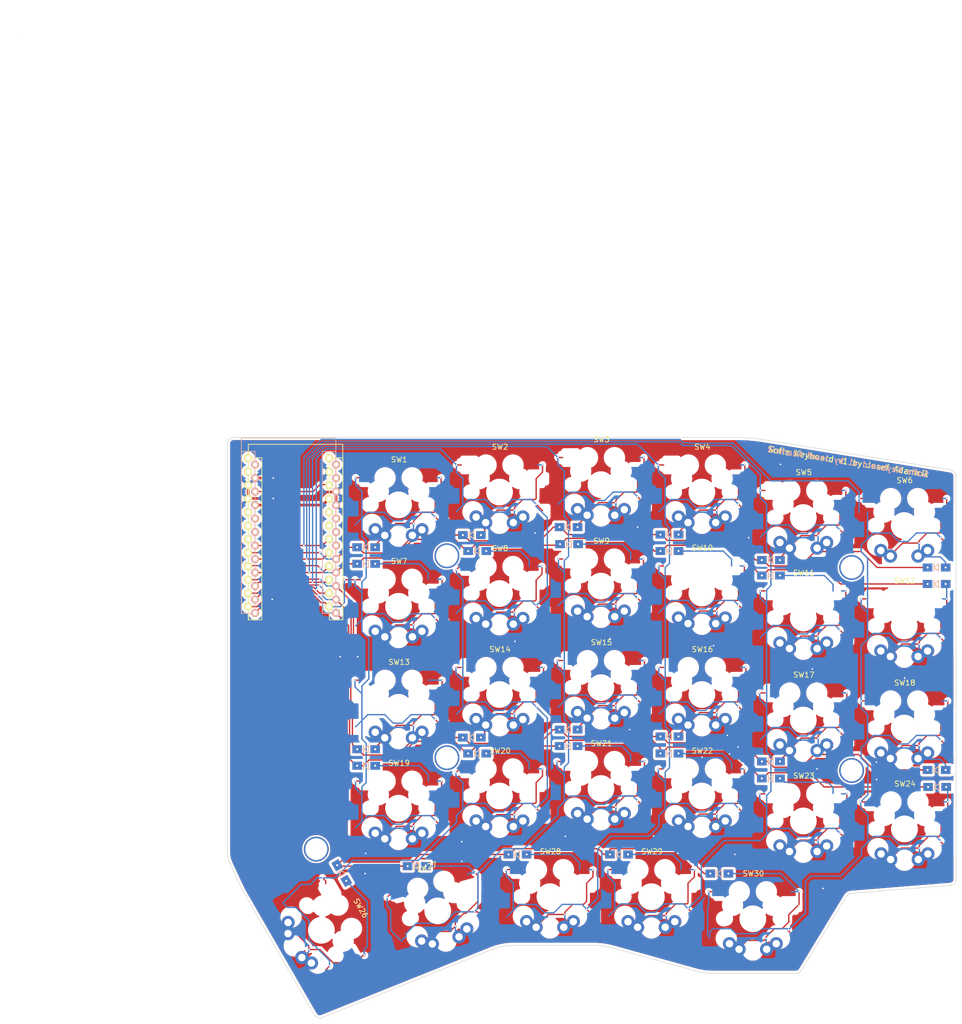
<source format=kicad_pcb>
(kicad_pcb (version 20211014) (generator pcbnew)
  (layers (0 "F.Cu" signal) (31 "B.Cu" signal) (34 "B.Paste" user) (35 "F.Paste" user) (36 "B.SilkS" user "B.Silkscreen") (37 "F.SilkS" user "F.Silkscreen") (38 "B.Mask" user) (39 "F.Mask" user) (44 "Edge.Cuts" user))
  (net 0 "")
  (net 1 "Net-(D1-Pad2)")
  (net 2 "row4")
  (net 3 "Net-(D2-Pad2)")
  (net 4 "Net-(D3-Pad2)")
  (net 5 "row0")
  (net 6 "Net-(D4-Pad2)")
  (net 7 "row1")
  (net 8 "Net-(D5-Pad2)")
  (net 9 "row2")
  (net 10 "Net-(D6-Pad2)")
  (net 11 "row3")
  (net 12 "Net-(D7-Pad2)")
  (net 13 "Net-(D8-Pad2)")
  (net 14 "Net-(D9-Pad2)")
  (net 15 "Net-(D10-Pad2)")
  (net 16 "Net-(D11-Pad2)")
  (net 17 "Net-(D12-Pad2)")
  (net 18 "Net-(D13-Pad2)")
  (net 19 "Net-(D14-Pad2)")
  (net 20 "Net-(D15-Pad2)")
  (net 21 "Net-(D16-Pad2)")
  (net 22 "Net-(D17-Pad2)")
  (net 23 "Net-(D18-Pad2)")
  (net 24 "Net-(D19-Pad2)")
  (net 25 "Net-(D20-Pad2)")
  (net 26 "Net-(D21-Pad2)")
  (net 27 "Net-(D22-Pad2)")
  (net 28 "Net-(D23-Pad2)")
  (net 29 "Net-(D24-Pad2)")
  (net 30 "Net-(D26-Pad2)")
  (net 31 "Net-(D27-Pad2)")
  (net 32 "Net-(D28-Pad2)")
  (net 33 "VCC")
  (net 34 "GND")
  (net 35 "col0")
  (net 36 "col1")
  (net 37 "col2")
  (net 38 "col3")
  (net 39 "col4")
  (net 43 "RESET")
  (net 44 "Net-(D29-Pad2)")
  (net 50 "Net-(D30-Pad2)")
  (net 51 "SW25A")
  (net 52 "col5")
  (footprint "SofleKeyboard-footprint:HOLE_M2_TH" (layer "F.Cu") (at 129.6 59.6)
    (fp_text reference "TH3" hide)
    (fp_text value "HOLE" hide)
  )
  (footprint "SofleKeyboard-footprint:HOLE_M2_TH" (layer "F.Cu") (at 205.8 61.8)
    (fp_text reference "TH4" hide)
    (fp_text value "HOLE" hide)
  )
  (footprint "SofleKeyboard-footprint:HOLE_M2_TH" (layer "F.Cu") (at 129.6 97.6)
    (fp_text reference "TH5" hide)
    (fp_text value "HOLE" hide)
  )
  (footprint "SofleKeyboard-footprint:HOLE_M2_TH" (layer "F.Cu") (at 205.8 100)
    (fp_text reference "TH6" hide)
    (fp_text value "HOLE" hide)
  )
  (footprint "SofleKeyboard-footprint:HOLE_M2_TH" (layer "F.Cu") (at 105 114.8 90)
    (fp_text reference "TH7" hide)
    (fp_text value "HOLE" hide)
  )
  (footprint "SofleKeyboard-footprint:ProMicro" (layer "F.Cu") (at 101 56)
    (fp_text reference "U1" hide)
    (fp_text value "ProMicro" hide)
  )
  (footprint "SofleKeyboard-footprint:Diode_SOD123" (layer "F.Cu") (at 114.4 58)
    (fp_text reference "D1" hide)
    (fp_text value "D" hide)
  )
  (footprint "SofleKeyboard-footprint:Diode_SOD123" (layer "F.Cu") (at 134.3 55.7)
    (fp_text reference "D2" hide)
    (fp_text value "D" hide)
  )
  (footprint "SofleKeyboard-footprint:Diode_SOD123" (layer "F.Cu") (at 152.5 54.2)
    (fp_text reference "D3" hide)
    (fp_text value "D" hide)
  )
  (footprint "SofleKeyboard-footprint:Diode_SOD123" (layer "F.Cu") (at 171.5 55.6)
    (fp_text reference "D4" hide)
    (fp_text value "D" hide)
  )
  (footprint "SofleKeyboard-footprint:Diode_SOD123" (layer "F.Cu") (at 190.6 60.4)
    (fp_text reference "D5" hide)
    (fp_text value "D" hide)
  )
  (footprint "SofleKeyboard-footprint:Diode_SOD123" (layer "F.Cu") (at 221.8 61.8)
    (fp_text reference "D6" hide)
    (fp_text value "D" hide)
  )
  (footprint "SofleKeyboard-footprint:Diode_SOD123" (layer "F.Cu") (at 114.4 61.1)
    (fp_text reference "D7" hide)
    (fp_text value "D" hide)
  )
  (footprint "SofleKeyboard-footprint:Diode_SOD123" (layer "F.Cu") (at 135.3 58.7)
    (fp_text reference "D8" hide)
    (fp_text value "D" hide)
  )
  (footprint "SofleKeyboard-footprint:Diode_SOD123" (layer "F.Cu") (at 152.6 57.4)
    (fp_text reference "D9" hide)
    (fp_text value "D" hide)
  )
  (footprint "SofleKeyboard-footprint:Diode_SOD123" (layer "F.Cu") (at 171.5 58.7)
    (fp_text reference "D10" hide)
    (fp_text value "D" hide)
  )
  (footprint "SofleKeyboard-footprint:Diode_SOD123" (layer "F.Cu") (at 190.6 63.3)
    (fp_text reference "D11" hide)
    (fp_text value "D" hide)
  )
  (footprint "SofleKeyboard-footprint:Diode_SOD123" (layer "F.Cu") (at 221.8 64.9)
    (fp_text reference "D12" hide)
    (fp_text value "D" hide)
  )
  (footprint "SofleKeyboard-footprint:Diode_SOD123" (layer "F.Cu") (at 114.4 96)
    (fp_text reference "D13" hide)
    (fp_text value "D" hide)
  )
  (footprint "SofleKeyboard-footprint:Diode_SOD123" (layer "F.Cu") (at 134.3 93.8)
    (fp_text reference "D14" hide)
    (fp_text value "D" hide)
  )
  (footprint "SofleKeyboard-footprint:Diode_SOD123" (layer "F.Cu") (at 152.5 92.3)
    (fp_text reference "D15" hide)
    (fp_text value "D" hide)
  )
  (footprint "SofleKeyboard-footprint:Diode_SOD123" (layer "F.Cu") (at 171.5 93.6)
    (fp_text reference "D16" hide)
    (fp_text value "D" hide)
  )
  (footprint "SofleKeyboard-footprint:Diode_SOD123" (layer "F.Cu") (at 190.6 98.3)
    (fp_text reference "D17" hide)
    (fp_text value "D" hide)
  )
  (footprint "SofleKeyboard-footprint:Diode_SOD123" (layer "F.Cu") (at 221.8 99.9)
    (fp_text reference "D18" hide)
    (fp_text value "D" hide)
  )
  (footprint "SofleKeyboard-footprint:Diode_SOD123" (layer "F.Cu") (at 114.4 99.1)
    (fp_text reference "D19" hide)
    (fp_text value "D" hide)
  )
  (footprint "SofleKeyboard-footprint:Diode_SOD123" (layer "F.Cu") (at 135.3 96.8)
    (fp_text reference "D20" hide)
    (fp_text value "D" hide)
  )
  (footprint "SofleKeyboard-footprint:Diode_SOD123" (layer "F.Cu") (at 152.5 95.4)
    (fp_text reference "D21" hide)
    (fp_text value "D" hide)
  )
  (footprint "SofleKeyboard-footprint:Diode_SOD123" (layer "F.Cu") (at 171.5 96.8)
    (fp_text reference "D22" hide)
    (fp_text value "D" hide)
  )
  (footprint "SofleKeyboard-footprint:Diode_SOD123" (layer "F.Cu") (at 190.6 101.5)
    (fp_text reference "D23" hide)
    (fp_text value "D" hide)
  )
  (footprint "SofleKeyboard-footprint:Diode_SOD123" (layer "F.Cu") (at 221.9 103.1)
    (fp_text reference "D24" hide)
    (fp_text value "D" hide)
  )
  (footprint "SofleKeyboard-footprint:Diode_SOD123" (layer "F.Cu") (at 109.8 119.3 -60)
    (fp_text reference "D26" hide)
    (fp_text value "D" hide)
  )
  (footprint "SofleKeyboard-footprint:Diode_SOD123" (layer "F.Cu") (at 123.9 118)
    (fp_text reference "D27" hide)
    (fp_text value "D" hide)
  )
  (footprint "SofleKeyboard-footprint:Diode_SOD123" (layer "F.Cu") (at 142.9 115.8)
    (fp_text reference "D28" hide)
    (fp_text value "D" hide)
  )
  (footprint "SofleKeyboard-footprint:Diode_SOD123" (layer "F.Cu") (at 162 115.8)
    (fp_text reference "D29" hide)
    (fp_text value "D" hide)
  )
  (footprint "KS-27 Switch Module:gateron-ks27-reversible" (layer "F.Cu") (at 120.5 50)
    (fp_text reference "SW1")
    (fp_text value "SW_PUSH")
  )
  (footprint "KS-27 Switch Module:gateron-ks27-reversible" (layer "F.Cu") (at 139.5 47.6)
    (fp_text reference "SW2")
    (fp_text value "SW_PUSH")
  )
  (footprint "KS-27 Switch Module:gateron-ks27-reversible" (layer "F.Cu") (at 158.6 46.21)
    (fp_text reference "SW3")
    (fp_text value "SW_PUSH")
  )
  (footprint "KS-27 Switch Module:gateron-ks27-reversible" (layer "F.Cu") (at 177.6 47.6)
    (fp_text reference "SW4")
    (fp_text value "SW_PUSH")
  )
  (footprint "KS-27 Switch Module:gateron-ks27-reversible" (layer "F.Cu") (at 196.7 52.4)
    (fp_text reference "SW5")
    (fp_text value "SW_PUSH")
  )
  (footprint "KS-27 Switch Module:gateron-ks27-reversible" (layer "F.Cu") (at 215.7 53.9)
    (fp_text reference "SW6")
    (fp_text value "SW_PUSH")
  )
  (footprint "KS-27 Switch Module:gateron-ks27-reversible" (layer "F.Cu") (at 120.5 69.1)
    (fp_text reference "SW7")
    (fp_text value "SW_PUSH")
  )
  (footprint "KS-27 Switch Module:gateron-ks27-reversible" (layer "F.Cu") (at 139.5 66.7)
    (fp_text reference "SW8")
    (fp_text value "SW_PUSH")
  )
  (footprint "KS-27 Switch Module:gateron-ks27-reversible" (layer "F.Cu") (at 158.6 65.3)
    (fp_text reference "SW9")
    (fp_text value "SW_PUSH")
  )
  (footprint "KS-27 Switch Module:gateron-ks27-reversible" (layer "F.Cu") (at 177.6 66.6)
    (fp_text reference "SW10")
    (fp_text value "SW_PUSH")
  )
  (footprint "KS-27 Switch Module:gateron-ks27-reversible" (layer "F.Cu") (at 196.7 71.3)
    (fp_text reference "SW11")
    (fp_text value "SW_PUSH")
  )
  (footprint "KS-27 Switch Module:gateron-ks27-reversible" (layer "F.Cu") (at 215.7 72.8)
    (fp_text reference "SW12")
    (fp_text value "SW_PUSH")
  )
  (footprint "KS-27 Switch Module:gateron-ks27-reversible" (layer "F.Cu") (at 120.5 88.1)
    (fp_text reference "SW13")
    (fp_text value "SW_PUSH")
  )
  (footprint "KS-27 Switch Module:gateron-ks27-reversible" (layer "F.Cu") (at 139.5 85.7)
    (fp_text reference "SW14")
    (fp_text value "SW_PUSH")
  )
  (footprint "KS-27 Switch Module:gateron-ks27-reversible" (layer "F.Cu") (at 158.6 84.4)
    (fp_text reference "SW15")
    (fp_text value "SW_PUSH")
  )
  (footprint "KS-27 Switch Module:gateron-ks27-reversible" (layer "F.Cu") (at 177.6 85.7)
    (fp_text reference "SW16")
    (fp_text value "SW_PUSH")
  )
  (footprint "KS-27 Switch Module:gateron-ks27-reversible" (layer "F.Cu") (at 196.7 90.5)
    (fp_text reference "SW17")
    (fp_text value "SW_PUSH")
  )
  (footprint "KS-27 Switch Module:gateron-ks27-reversible" (layer "F.Cu") (at 215.7 92)
    (fp_text reference "SW18")
    (fp_text value "SW_PUSH")
  )
  (footprint "KS-27 Switch Module:gateron-ks27-reversible" (layer "F.Cu") (at 120.5 107.1)
    (fp_text reference "SW19")
    (fp_text value "SW_PUSH")
  )
  (footprint "KS-27 Switch Module:gateron-ks27-reversible" (layer "F.Cu") (at 139.5 104.8)
    (fp_text reference "SW20")
    (fp_text value "SW_PUSH")
  )
  (footprint "KS-27 Switch Module:gateron-ks27-reversible" (layer "F.Cu") (at 158.6 103.4)
    (fp_text reference "SW21")
    (fp_text value "SW_PUSH")
  )
  (footprint "KS-27 Switch Module:gateron-ks27-reversible" (layer "F.Cu") (at 177.6 104.8)
    (fp_text reference "SW22")
    (fp_text value "SW_PUSH")
  )
  (footprint "KS-27 Switch Module:gateron-ks27-reversible" (layer "F.Cu") (at 196.7 109.5)
    (fp_text reference "SW23")
    (fp_text value "SW_PUSH")
  )
  (footprint "KS-27 Switch Module:gateron-ks27-reversible" (layer "F.Cu") (at 215.75 111)
    (fp_text reference "SW24")
    (fp_text value "SW_PUSH")
  )
  (footprint "KS-27 Switch Module:gateron-ks27-reversible" (layer "F.Cu") (at 105.96 130.07 -60)
    (fp_text reference "SW26")
    (fp_text value "SW_PUSH")
  )
  (footprint "KS-27 Switch Module:gateron-ks27-reversible" (layer "F.Cu") (at 127.88 126.42 15)
    (fp_text reference "SW27")
    (fp_text value "SW_PUSH")
  )
  (footprint "KS-27 Switch Module:gateron-ks27-reversible" (layer "F.Cu") (at 149 123.75)
    (fp_text reference "SW28")
    (fp_text value "SW_PUSH")
  )
  (footprint "KS-27 Switch Module:gateron-ks27-reversible" (layer "F.Cu") (at 168.1 123.75)
    (fp_text reference "SW29")
    (fp_text value "SW_PUSH")
  )
  (footprint "SofleKeyboard-footprint:Diode_SOD123" (layer "F.Cu") (at 180.9 119.4)
    (fp_text reference "D30" hide)
    (fp_text value "D" hide)
  )
  (footprint "KS-27 Switch Module:gateron-ks27-reversible" (layer "F.Cu") (at 187.2 127.9)
    (fp_text reference "SW30")
    (fp_text value "SW_PUSH")
  )
  (gr_line (start 205.697381 123.12708) (end 205.561281 123.14629) (layer "Edge.Cuts") (width 0.1))
  (gr_line (start 157.649178 132.923912) (end 157.174698 132.915912) (layer "Edge.Cuts") (width 0.1))
  (gr_line (start 104.649386 145.99593) (end 91.174935 122.653408) (layer "Edge.Cuts") (width 0.1))
  (gr_line (start 160.921209 133.42648) (end 160.461889 133.30724) (layer "Edge.Cuts") (width 0.1))
  (gr_line (start 104.77107 146.16833) (end 104.649386 145.99593) (layer "Edge.Cuts") (width 0.1))
  (gr_line (start 225.370281 44.178672) (end 225.424381 44.374571) (layer "Edge.Cuts") (width 0.1))
  (gr_line (start 138.154128 133.648551) (end 106.075202 146.48948) (layer "Edge.Cuts") (width 0.1))
  (gr_line (start 139.07514 133.329881) (end 138.61123 133.478101) (layer "Edge.Cuts") (width 0.1))
  (gr_line (start 105.668308 146.57198) (end 105.465848 146.55768) (layer "Edge.Cuts") (width 0.1))
  (gr_line (start 88.364377 38.029014) (end 88.47059 37.833327) (layer "Edge.Cuts") (width 0.1))
  (gr_line (start 187.885731 37.54187) (end 188.910421 37.679776) (layer "Edge.Cuts") (width 0.1))
  (gr_line (start 105.872976 146.54978) (end 105.668308 146.57198) (layer "Edge.Cuts") (width 0.1))
  (gr_line (start 158.59487 132.988112) (end 158.122703 132.948012) (layer "Edge.Cuts") (width 0.1))
  (gr_line (start 195.769441 138.0813) (end 195.630511 138.1276) (layer "Edge.Cuts") (width 0.1))
  (gr_line (start 91.129785 122.566908) (end 88.828479 117.66343) (layer "Edge.Cuts") (width 0.1))
  (gr_line (start 141.468402 132.927502) (end 140.982629 132.962302) (layer "Edge.Cuts") (width 0.1))
  (gr_line (start 158.122703 132.948012) (end 157.649178 132.923912) (layer "Edge.Cuts") (width 0.1))
  (gr_line (start 88.493317 116.763407) (end 88.415227 116.453429) (layer "Edge.Cuts") (width 0.1))
  (gr_line (start 88.273857 38.477435) (end 88.297257 38.245261) (layer "Edge.Cuts") (width 0.1))
  (gr_line (start 196.135131 137.844) (end 196.023331 137.9386) (layer "Edge.Cuts") (width 0.1))
  (gr_line (start 225.443181 44.581902) (end 225.470181 120.473355) (layer "Edge.Cuts") (width 0.1))
  (gr_line (start 224.410591 121.622104) (end 224.410611 121.622114) (layer "Edge.Cuts") (width 0.1))
  (gr_line (start 205.075241 123.37179) (end 204.974361 123.46169) (layer "Edge.Cuts") (width 0.1))
  (gr_line (start 139.545048 133.204021) (end 139.07514 133.329881) (layer "Edge.Cuts") (width 0.1))
  (gr_line (start 159.999191 133.203712) (end 159.533519 133.116012) (layer "Edge.Cuts") (width 0.1))
  (gr_line (start 177.997811 138.0564) (end 177.2 137.92) (layer "Edge.Cuts") (width 0.1))
  (gr_line (start 88.310437 115.822758) (end 88.284057 115.503472) (layer "Edge.Cuts") (width 0.1))
  (gr_line (start 88.611259 37.662831) (end 88.781752 37.52216) (layer "Edge.Cuts") (width 0.1))
  (gr_line (start 141.956108 132.915912) (end 141.468402 132.927502) (layer "Edge.Cuts") (width 0.1))
  (gr_line (start 49.676679 -38.227998) (end 49.676679 -38.227998) (layer "Edge.Cuts") (width 0.1))
  (gr_line (start 89.19368 37.348815) (end 89.425853 37.325405) (layer "Edge.Cuts") (width 0.1))
  (gr_line (start 88.7001 117.369113) (end 88.588327 117.068869) (layer "Edge.Cuts") (width 0.1))
  (gr_line (start 140.020141 133.100702) (end 139.545048 133.204021) (layer "Edge.Cuts") (width 0.1))
  (gr_line (start 159.065278 133.044112) (end 158.59487 132.988112) (layer "Edge.Cuts") (width 0.1))
  (gr_line (start 106.075202 146.48948) (end 105.872976 146.54978) (layer "Edge.Cuts") (width 0.1))
  (gr_line (start 105.465848 146.55768) (end 105.270246 146.50858) (layer "Edge.Cuts") (width 0.1))
  (gr_line (start 225.292881 121.088035) (end 225.164971 121.254855) (layer "Edge.Cuts") (width 0.1))
  (gr_line (start 177.2 137.92) (end 176.412351 137.7297) (layer "Edge.Cuts") (width 0.1))
  (gr_line (start 140.499606 133.020102) (end 140.020141 133.100702) (layer "Edge.Cuts") (width 0.1))
  (gr_line (start 196.234731 137.7351) (end 196.135131 137.844) (layer "Edge.Cuts") (width 0.1))
  (gr_line (start 176.412351 137.7297) (end 160.921209 133.42648) (layer "Edge.Cuts") (width 0.1))
  (gr_line (start 205.185581 123.29459) (end 205.075241 123.37179) (layer "Edge.Cuts") (width 0.1))
  (gr_line (start 105.270246 146.50858) (end 105.086149 146.42628) (layer "Edge.Cuts") (width 0.1))
  (gr_line (start 178.80302 138.1385) (end 177.997811 138.0564) (layer "Edge.Cuts") (width 0.1))
  (gr_line (start 224.628001 121.583504) (end 224.410591 121.622104) (layer "Edge.Cuts") (width 0.1))
  (gr_line (start 140.982629 132.962302) (end 140.499606 133.020102) (layer "Edge.Cuts") (width 0.1))
  (gr_line (start 159.533519 133.116012) (end 159.065278 133.044112) (layer "Edge.Cuts") (width 0.1))
  (gr_line (start 195.336581 138.166) (end 179.61287 138.166) (layer "Edge.Cuts") (width 0.1))
  (gr_line (start 225.388881 120.899435) (end 225.292881 121.088035) (layer "Edge.Cuts") (width 0.1))
  (gr_line (start 225.283881 43.997807) (end 225.370281 44.178672) (layer "Edge.Cuts") (width 0.1))
  (gr_line (start 88.297257 38.245261) (end 88.364377 38.029014) (layer "Edge.Cuts") (width 0.1))
  (gr_line (start 225.424381 44.374571) (end 225.443181 44.581902) (layer "Edge.Cuts") (width 0.1))
  (gr_line (start 186.716531 37.429255) (end 187.885731 37.54187) (layer "Edge.Cuts") (width 0.1))
  (gr_line (start 88.415227 116.453429) (end 88.354217 116.139644) (layer "Edge.Cuts") (width 0.1))
  (gr_line (start 224.828731 121.506704) (end 224.628001 121.583504) (layer "Edge.Cuts") (width 0.1))
  (gr_line (start 195.900911 138.018) (end 195.769441 138.0813) (layer "Edge.Cuts") (width 0.1))
  (gr_line (start 160.461889 133.30724) (end 159.999191 133.203712) (layer "Edge.Cuts") (width 0.1))
  (gr_line (start 224.677111 43.496776) (end 224.861871 43.581466) (layer "Edge.Cuts") (width 0.1))
  (gr_line (start 185.544381 37.353325) (end 186.716531 37.429255) (layer "Edge.Cuts") (width 0.1))
  (gr_line (start 224.861871 43.581466) (end 225.026621 43.6956) (layer "Edge.Cuts") (width 0.1))
  (gr_line (start 104.918207 146.31232) (end 104.77107 146.16833) (layer "Edge.Cuts") (width 0.1))
  (gr_line (start 205.561281 123.14629) (end 205.429811 123.18109) (layer "Edge.Cuts") (width 0.1))
  (gr_line (start 225.164971 121.254855) (end 225.008991 121.395785) (layer "Edge.Cuts") (width 0.1))
  (gr_line (start 88.284057 115.503472) (end 88.275257 115.182495) (layer "Edge.Cuts") (width 0.1))
  (gr_line (start 196.320531 137.61276) (end 196.234731 137.7351) (layer "Edge.Cuts") (width 0.1))
  (gr_line (start 88.781752 37.52216) (end 88.977436 37.415945) (layer "Edge.Cuts") (width 0.1))
  (gr_line (start 88.275257 115.182495) (end 88.273857 38.477435) (layer "Edge.Cuts") (width 0.1))
  (gr_line (start 224.475441 43.445146) (end 224.677111 43.496776) (layer "Edge.Cuts") (width 0.1))
  (gr_line (start 88.354217 116.139644) (end 88.310437 115.822758) (layer "Edge.Cuts") (width 0.1))
  (gr_line (start 184.510807 37.325485) (end 185.544381 37.353325) (layer "Edge.Cuts") (width 0.1))
  (gr_line (start 225.026621 43.6956) (end 225.168321 43.835582) (layer "Edge.Cuts") (width 0.1))
  (gr_line (start 205.304181 123.23079) (end 205.185581 123.29459) (layer "Edge.Cuts") (width 0.1))
  (gr_line (start 88.588327 117.068869) (end 88.493317 116.763407) (layer "Edge.Cuts") (width 0.1))
  (gr_line (start 204.805861 123.676381) (end 196.320531 137.61276) (layer "Edge.Cuts") (width 0.1))
  (gr_line (start 89.425853 37.325405) (end 184.510807 37.325485) (layer "Edge.Cuts") (width 0.1))
  (gr_line (start 88.828479 117.66343) (end 88.7001 117.369113) (layer "Edge.Cuts") (width 0.1))
  (gr_line (start 225.008991 121.395785) (end 224.828731 121.506704) (layer "Edge.Cuts") (width 0.1))
  (gr_line (start 204.974361 123.46169) (end 204.884161 123.563451) (layer "Edge.Cuts") (width 0.1))
  (gr_line (start 224.410471 121.62154) (end 205.697381 123.12708) (layer "Edge.Cuts") (width 0.1))
  (gr_line (start 195.630511 138.1276) (end 195.485701 138.156) (layer "Edge.Cuts") (width 0.1))
  (gr_line (start 188.910421 37.679776) (end 224.475441 43.445146) (layer "Edge.Cuts") (width 0.1))
  (gr_line (start 195.485701 138.156) (end 195.336581 138.166) (layer "Edge.Cuts") (width 0.1))
  (gr_line (start 225.470181 120.473355) (end 225.449281 120.693166) (layer "Edge.Cuts") (width 0.1))
  (gr_line (start 179.61287 138.166) (end 178.80302 138.1385) (layer "Edge.Cuts") (width 0.1))
  (gr_line (start 138.61123 133.478101) (end 138.154128 133.648551) (layer "Edge.Cuts") (width 0.1))
  (gr_line (start 88.977436 37.415945) (end 89.19368 37.348815) (layer "Edge.Cuts") (width 0.1))
  (gr_line (start 105.086149 146.42628) (end 104.918207 146.31232) (layer "Edge.Cuts") (width 0.1))
  (gr_line (start 225.449281 120.693166) (end 225.388881 120.899435) (layer "Edge.Cuts") (width 0.1))
  (gr_line (start 205.429811 123.18109) (end 205.304181 123.23079) (layer "Edge.Cuts") (width 0.1))
  (gr_line (start 204.884161 123.563451) (end 204.805861 123.676381) (layer "Edge.Cuts") (width 0.1))
  (gr_line (start 196.023331 137.9386) (end 195.900911 138.018) (layer "Edge.Cuts") (width 0.1))
  (gr_line (start 225.168321 43.835582) (end 225.283881 43.997807) (layer "Edge.Cuts") (width 0.1))
  (gr_line (start 88.47059 37.833327) (end 88.611259 37.662831) (layer "Edge.Cuts") (width 0.1))
  (gr_line (start 157.174698 132.915912) (end 141.956108 132.915912) (layer "Edge.Cuts") (width 0.1))
  (gr_line (start 91.174935 122.653408) (end 91.129785 122.566908) (layer "Edge.Cuts") (width 0.1))
  (gr_text "Sofle Keyboard v1 by Josef Adamcik" (at 205.1 41.9 -9) (layer "B.SilkS") (effects (font (size 1.1 1.1) (thickness 0.2)) (justify mirror)))
  (gr_text "Sofle Keyboard v1 by Josef Adamcik" (at 205.2 41.9 -9) (layer "F.SilkS") (effects (font (size 1.1 1.1) (thickness 0.2))))
  (segment (start 105.127834 66.87217) (end 105.327833 67.072169) (width 0.25) (layer "F.Cu") (net 2))
  (segment (start 178.05 119.4) (end 179.2 119.4) (width 0.25) (layer "F.Cu") (net 2))
  (segment (start 141.2 115.8) (end 124.55 115.8) (width 0.25) (layer "F.Cu") (net 2))
  (segment (start 108.95 117.827757) (end 110.825001 115.952756) (width 0.25) (layer "F.Cu") (net 2))
  (segment (start 159.15 115.8) (end 158.074999 114.724999) (width 0.25) (layer "F.Cu") (net 2))
  (segment (start 92.18 69.17) (end 93.83 69.17) (width 0.25) (layer "F.Cu") (net 2))
  (segment (start 160.3 115.8) (end 159.15 115.8) (width 0.25) (layer "F.Cu") (net 2))
  (segment (start 160.375001 114.724999) (end 173.374999 114.724999) (width 0.25) (layer "F.Cu") (net 2))
  (segment (start 111.1 72.74693) (end 108.718815 70.365745) (width 0.25) (layer "F.Cu") (net 2))
  (segment (start 110.825001 87.574999) (end 110.825001 115.952756) (width 0.25) (layer "F.Cu") (net 2))
  (segment (start 160.3 115.8) (end 160.3 114.8) (width 0.25) (layer "F.Cu") (net 2))
  (segment (start 104.255686 66.000022) (end 105.127834 66.87217) (width 0.25) (layer "F.Cu") (net 2))
  (segment (start 173.374999 114.724999) (end 178.05 119.4) (width 0.25) (layer "F.Cu") (net 2))
  (segment (start 93.83 69.17) (end 94.8 68.2) (width 0.25) (layer "F.Cu") (net 2))
  (segment (start 95.940948 66.000022) (end 104.255686 66.000022) (width 0.25) (layer "F.Cu") (net 2))
  (segment (start 142.425001 114.724999) (end 141.35 115.8) (width 0.25) (layer "F.Cu") (net 2))
  (segment (start 110.6 87.349998) (end 110.6 74.718176) (width 0.25) (layer "F.Cu") (net 2))
  (segment (start 111.1 74.218176) (end 111.1 72.74693) (width 0.25) (layer "F.Cu") (net 2))
  (segment (start 122.2 118) (end 109.122243 118) (width 0.25) (layer "F.Cu") (net 2))
  (segment (start 160.3 114.8) (end 160.375001 114.724999) (width 0.25) (layer "F.Cu") (net 2))
  (segment (start 124.55 115.8) (end 122.35 118) (width 0.25) (layer "F.Cu") (net 2))
  (segment (start 94.8 67.14097) (end 95.940948 66.000022) (width 0.25) (layer "F.Cu") (net 2))
  (segment (start 94.8 68.2) (end 94.8 67.14097) (width 0.25) (layer "F.Cu") (net 2))
  (segment (start 110.6 74.718176) (end 111.1 74.218176) (width 0.25) (layer "F.Cu") (net 2))
  (segment (start 110.825001 87.574999) (end 110.6 87.349998) (width 0.25) (layer "F.Cu") (net 2))
  (segment (start 158.074999 114.724999) (end 142.425001 114.724999) (width 0.25) (layer "F.Cu") (net 2))
  (via (at 105.327833 67.072169) (size 0.4) (drill 0.3) (layers "F.Cu" "B.Cu") (net 2))
  (segment (start 108.77 70.37) (end 106.77 70.37) (width 0.25) (layer "B.Cu") (net 2))
  (segment (start 106.2 69.8) (end 106.2 67.944336) (width 0.25) (layer "B.Cu") (net 2))
  (segment (start 106.2 67.944336) (end 105.527832 67.272168) (width 0.25) (layer "B.Cu") (net 2))
  (segment (start 106.77 70.37) (end 106.2 69.8) (width 0.25) (layer "B.Cu") (net 2))
  (segment (start 105.527832 67.272168) (end 105.327833 67.072169) (width 0.25) (layer "B.Cu") (net 2))
  (segment (start 136.7 55) (end 136 55.7) (width 0.25) (layer "F.Cu") (net 3))
  (segment (start 146.4 48.8) (end 146.2 49) (width 0.25) (layer "F.Cu") (net 3))
  (segment (start 147.6 43.86) (end 146.4 45.06) (width 0.25) (layer "F.Cu") (net 3))
  (segment (start 142.3 50.57573) (end 142.3 50.999994) (width 0.25) (layer "F.Cu") (net 3))
  (segment (start 139.100006 50.999994) (end 142.3 50.999994) (width 0.25) (layer "F.Cu") (net 3))
  (segment (start 143.87573 49) (end 142.3 50.57573) (width 0.25) (layer "F.Cu") (net 3))
  (segment (start 136.7 53.4) (end 139.100006 50.999994) (width 0.25) (layer "F.Cu") (net 3))
  (segment (start 146.2 49) (end 143.87573 49) (width 0.25) (layer "F.Cu") (net 3))
  (segment (start 146.4 45.06) (end 146.4 48.8) (width 0.25) (layer "F.Cu") (net 3))
  (segment (start 136.7 53.5) (end 136.7 55) (width 0.25) (layer "F.Cu") (net 3))
  (segment (start 147.6 42.5) (end 147.6 43.86) (width 0.25) (layer "F.Cu") (net 3))
  (via (at 147.6 42.5) (size 0.4) (drill 0.3) (layers "F.Cu" "B.Cu") (net 3))
  (via (at 142.3 50.999994) (size 0.4) (drill 0.3) (layers "F.Cu" "B.Cu") (net 3))
  (segment (start 146.7 42.5) (end 147.6 42.5) (width 0.25) (layer "B.Cu") (net 3))
  (segment (start 142.3 53.5) (end 142.3 50.999994) (width 0.25) (layer "B.Cu") (net 3))
  (segment (start 161.4 49.175736) (end 161.4 49.6) (width 0.25) (layer "F.Cu") (net 4))
  (segment (start 162.975736 47.6) (end 161.4 49.175736) (width 0.25) (layer "F.Cu") (net 4))
  (segment (start 165.5 47.4) (end 165.3 47.6) (width 0.25) (layer "F.Cu") (net 4))
  (segment (start 155.8 52.21) (end 154.2 53.81) (width 0.25) (layer "F.Cu") (net 4))
  (segment (start 165.3 47.6) (end 162.975736 47.6) (width 0.25) (layer "F.Cu") (net 4))
  (segment (start 166.7 42.47) (end 165.5 43.67) (width 0.25) (layer "F.Cu") (net 4))
  (segment (start 158.2 49.6) (end 161.4 49.6) (width 0.25) (layer "F.Cu") (net 4))
  (segment (start 166.7 41.1) (end 166.7 42.47) (width 0.25) (layer "F.Cu") (net 4))
  (segment (start 155.8 52) (end 158.2 49.6) (width 0.25) (layer "F.Cu") (net 4))
  (segment (start 165.5 43.66) (end 165.5 47.4) (width 0.25) (layer "F.Cu") (net 4))
  (via (at 161.4 49.6) (size 0.4) (drill 0.3) (layers "F.Cu" "B.Cu") (net 4))
  (via (at 166.7 41.1) (size 0.4) (drill 0.3) (layers "F.Cu" "B.Cu") (net 4))
  (segment (start 166.69 41.11) (end 166.7 41.1) (width 0.25) (layer "B.Cu") (net 4))
  (segment (start 161.4 52.1) (end 161.4 49.6) (width 0.25) (layer "B.Cu") (net 4))
  (segment (start 165.8 41.11) (end 166.69 41.11) (width 0.25) (layer "B.Cu") (net 4))
  (segment (start 184.05 56.7) (end 171.1 56.7) (width 0.25) (layer "F.Cu") (net 5))
  (segment (start 110.36456 61.1) (end 108.718815 62.745745) (width 0.25) (layer "F.Cu") (net 5))
  (segment (start 112.7 61.1) (end 110.36456 61.1) (width 0.25) (layer "F.Cu") (net 5))
  (segment (start 187.75 60.4) (end 184.05 56.7) (width 0.25) (layer "F.Cu") (net 5))
  (segment (start 188.75 63.3) (end 183.074999 57.624999) (width 0.25) (layer "F.Cu") (net 5))
  (segment (start 193.9 58.4) (end 192.3 60) (width 0.25) (layer "F.Cu") (net 5))
  (segment (start 199.499992 55.375736) (end 199.499992 55.8) (width 0.25) (layer "F.Cu") (net 5))
  (segment (start 203.6 53.6) (end 203.4 53.8) (width 0.25) (layer "F.Cu") (net 5))
  (segment (start 203.6 49.86) (end 203.6 53.6) (width 0.25) (layer "F.Cu") (net 5))
  (segment (start 127.4 47.46) (end 127.4 51.2) (width 0.25) (layer "F.Cu") (net 5))
  (segment (start 112.7 58) (end 110.92456 58) (width 0.25) (layer "F.Cu") (net 5))
  (segment (start 120 53.5) (end 123.299992 53.5) (width 0.25) (layer "F.Cu") (net 5))
  (segment (start 123.299992 53.075736) (end 123.299992 53.5) (width 0.25) (layer "F.Cu") (net 5))
  (segment (start 190.125001 62.224999) (end 189.05 63.3) (width 0.25) (layer "F.Cu") (net 5))
  (segment (start 210.6 61.8) (end 207.6 58.8) (width 0.25) (layer "F.Cu") (net 5))
  (segment (start 133.825001 56.775001) (end 132.75 55.7) (width 0.25) (layer "F.Cu") (net 5))
  (segment (start 149.65 54.2) (end 147.074999 56.775001) (width 0.25) (layer "F.Cu") (net 5))
  (segment (start 120.026001 59.075001) (end 113.925001 59.075001) (width 0.25) (layer "F.Cu") (net 5))
  (segment (start 196.3 55.8) (end 199.499992 55.8) (width 0.25) (layer "F.Cu") (net 5))
  (segment (start 168.65 58.7) (end 166.274999 56.324999) (width 0.25) (layer "F.Cu") (net 5))
  (segment (start 201.075728 53.8) (end 199.499992 55.375736) (width 0.25) (layer "F.Cu") (net 5))
  (segment (start 113.925001 60.024999) (end 112.85 61.1) (width 0.25) (layer "F.Cu") (net 5))
  (segment (start 119.712413 60.024999) (end 113.925001 60.024999) (width 0.25) (layer "F.Cu") (net 5))
  (segment (start 204.7 48.76) (end 203.6 49.86) (width 0.25) (layer "F.Cu") (net 5))
  (segment (start 171.075001 57.624999) (end 170 58.7) (width 0.25) (layer "F.Cu") (net 5))
  (segment (start 152.3 55.55) (end 150.95 54.2) (width 0.25) (layer "F.Cu") (net 5))
  (segment (start 152.075001 56.324999) (end 152.075001 56.374999) (width 0.25) (layer "F.Cu") (net 5))
  (segment (start 132.6 55.7) (end 123.401002 55.7) (width 0.25) (layer "F.Cu") (net 5))
  (segment (start 131.1 56.5) (end 123.237412 56.5) (width 0.25) (layer "F.Cu") (net 5))
  (segment (start 150.8 54.2) (end 149.65 54.2) (width 0.25) (layer "F.Cu") (net 5))
  (segment (start 203.7 64.9) (end 201.024999 62.224999) (width 0.25) (layer "F.Cu") (net 5))
  (segment (start 123.237412 56.5) (end 119.712413 60.024999) (width 0.25) (layer "F.Cu") (net 5))
  (segment (start 124.975728 51.4) (end 123.299992 53.075736) (width 0.25) (layer "F.Cu") (net 5))
  (segment (start 166.274999 56.324999) (end 152.075001 56.324999) (width 0.25) (layer "F.Cu") (net 5))
  (segment (start 198.901002 58.8) (end 196.201002 61.5) (width 0.25) (layer "F.Cu") (net 5))
  (segment (start 152.3 55.6) (end 152.3 55.55) (width 0.25) (layer "F.Cu") (net 5))
  (segment (start 92.23 61.45) (end 105.25 61.45) (width 0.25) (layer "F.Cu") (net 5))
  (segment (start 128.5 46.36) (end 127.4 47.46) (width 0.25) (layer "F.Cu") (net 5))
  (segment (start 204.7 47.3) (end 204.7 48.76) (width 0.25) (layer "F.Cu") (net 5))
  (segment (start 169.8 55.6) (end 152.3 55.6) (width 0.25) (layer "F.Cu") (net 5))
  (segment (start 183.074999 57.624999) (end 171.075001 57.624999) (width 0.25) (layer "F.Cu") (net 5))
  (segment (start 110.92456 58) (end 108.718815 60.205745) (width 0.25) (layer "F.Cu") (net 5))
  (segment (start 220.1 64.9) (end 203.7 64.9) (width 0.25) (layer "F.Cu") (net 5))
  (segment (start 128.5 44.9) (end 128.5 46.36) (width 0.25) (layer "F.Cu") (net 5))
  (segment (start 105.25 61.45) (end 105.500001 61.700001) (width 0.25) (layer "F.Cu") (net 5))
  (segment (start 201.024999 62.224999) (end 190.125001 62.224999) (width 0.25) (layer "F.Cu") (net 5))
  (segment (start 203.4 53.8) (end 201.075728 53.8) (width 0.25) (layer "F.Cu") (net 5))
  (segment (start 147.074999 56.775001) (end 133.825001 56.775001) (width 0.25) (layer "F.Cu") (net 5))
  (segment (start 207.6 58.8) (end 198.901002 58.8) (width 0.25) (layer "F.Cu") (net 5))
  (segment (start 92.18 59.01) (end 105.69 59.01) (width 0.25) (layer "F.Cu") (net 5))
  (segment (start 117.7 55.8) (end 120 53.5) (width 0.25) (layer "F.Cu") (net 5))
  (segment (start 171.1 56.7) (end 170 55.6) (width 0.25) (layer "F.Cu") (net 5))
  (segment (start 152.075001 56.374999) (end 151.05 57.4) (width 0.25) (layer "F.Cu") (net 5))
  (segment (start 190.2 61.5) (end 189.1 60.4) (width 0.25) (layer "F.Cu") (net 5))
  (segment (start 113.925001 59.075001) (end 112.85 58) (width 0.25) (layer "F.Cu") (net 5))
  (segment (start 105.69 59.01) (end 105.7 59) (width 0.25) (layer "F.Cu") (net 5))
  (segment (start 117.7 56) (end 116.1 57.6) (width 0.25) (layer "F.Cu") (net 5))
  (segment (start 134.85 57.6) (end 133.75 58.7) (width 0.25) (layer "F.Cu") (net 5))
  (segment (start 169.8 58.7) (end 168.65 58.7) (width 0.25) (layer "F.Cu") (net 5))
  (segment (start 150.7 57.6) (end 134.85 57.6) (width 0.25) (layer "F.Cu") (net 5))
  (segment (start 127.4 51.2) (end 127.2 51.4) (width 0.25) (layer "F.Cu") (net 5))
  (segment (start 133.3 58.7) (end 131.1 56.5) (width 0.25) (layer "F.Cu") (net 5))
  (segment (start 127.2 51.4) (end 124.975728 51.4) (width 0.25) (layer "F.Cu") (net 5))
  (segment (start 193.9 58.2) (end 196.3 55.8) (width 0.25) (layer "F.Cu") (net 5))
  (segment (start 188.9 60.4) (end 187.75 60.4) (width 0.25) (layer "F.Cu") (net 5))
  (segment (start 196.201002 61.5) (end 190.2 61.5) (width 0.25) (layer "F.Cu") (net 5))
  (segment (start 123.401002 55.7) (end 120.026001 59.075001) (width 0.25) (layer "F.Cu") (net 5))
  (segment (start 220.1 61.8) (end 210.6 61.8) (width 0.25) (layer "F.Cu") (net 5))
  (segment (start 105.500001 61.700001) (end 105.7 61.9) (width 0.25) (layer "F.Cu") (net 5))
  (via (at 105.7 59) (size 0.4) (drill 0.3) (layers "F.Cu" "B.Cu") (net 5))
  (via (at 123.299992 53.5) (size 0.4) (drill 0.3) (layers "F.Cu" "B.Cu") (net 5))
  (via (at 199.499992 55.8) (size 0.4) (drill 0.3) (layers "F.Cu" "B.Cu") (net 5))
  (via (at 128.5 44.9) (size 0.4) (drill 0.3) (layers "F.Cu" "B.Cu") (net 5))
  (via (at 204.7 47.3) (size 0.4) (drill 0.3) (layers "F.Cu" "B.Cu") (net 5))
  (via (at 105.7 61.9) (size 0.4) (drill 0.3) (layers "F.Cu" "B.Cu") (net 5))
  (segment (start 123.3 53.500008) (end 123.299992 53.5) (width 0.25) (layer "B.Cu") (net 5))
  (segment (start 127.7 44.9) (end 128.5 44.9) (width 0.25) (layer "B.Cu") (net 5))
  (segment (start 108.77 62.75) (end 106.55 62.75) (width 0.25) (layer "B.Cu") (net 5))
  (segment (start 199.5 55.800008) (end 199.499992 55.8) (width 0.25) (layer "B.Cu") (net 5))
  (segment (start 203.9 47.3) (end 204.7 47.3) (width 0.25) (layer "B.Cu") (net 5))
  (segment (start 105.899999 62.099999) (end 105.7 61.9) (width 0.25) (layer "B.Cu") (net 5))
  (segment (start 106.55 62.75) (end 105.899999 62.099999) (width 0.25) (layer "B.Cu") (net 5))
  (segment (start 106.91 60.21) (end 105.899999 59.199999) (width 0.25) (layer "B.Cu") (net 5))
  (segment (start 105.899999 59.199999) (end 105.7 59) (width 0.25) (layer "B.Cu") (net 5))
  (segment (start 108.77 60.21) (end 106.91 60.21) (width 0.25) (layer "B.Cu") (net 5))
  (segment (start 123.3 55.9) (end 123.3 53.500008) (width 0.25) (layer "B.Cu") (net 5))
  (segment (start 199.5 58.3) (end 199.5 55.800008) (width 0.25) (layer "B.Cu") (net 5))
  (segment (start 185.7 43.86) (end 184.5 45.06) (width 0.25) (layer "F.Cu") (net 6))
  (segment (start 184.5 48.8) (end 184.3 49) (width 0.25) (layer "F.Cu") (net 6))
  (segment (start 180.4 50.57574) (end 180.4 51.000004) (width 0.25) (layer "F.Cu") (net 6))
  (segment (start 177.199996 51.000004) (end 180.4 51.000004) (width 0.25) (layer "F.Cu") (net 6))
  (segment (start 174.8 53.4) (end 177.199996 51.000004) (width 0.25) (layer "F.Cu") (net 6))
  (segment (start 184.5 45.06) (end 184.5 48.8) (width 0.25) (layer "F.Cu") (net 6))
  (segment (start 174.8 53.6) (end 173.2 55.2) (width 0.25) (layer "F.Cu") (net 6))
  (segment (start 185.7 42.5) (end 185.7 43.86) (width 0.25) (layer "F.Cu") (net 6))
  (segment (start 184.3 49) (end 181.97574 49) (width 0.25) (layer "F.Cu") (net 6))
  (segment (start 181.97574 49) (end 180.4 50.57574) (width 0.25) (layer "F.Cu") (net 6))
  (via (at 185.7 42.5) (size 0.4) (drill 0.3) (layers "F.Cu" "B.Cu") (net 6))
  (via (at 180.4 51.000004) (size 0.4) (drill 0.3) (layers "F.Cu" "B.Cu") (net 6))
  (segment (start 180.4 53.5) (end 180.4 51.000004) (width 0.25) (layer "B.Cu") (net 6))
  (segment (start 184.8 42.5) (end 185.7 42.5) (width 0.25) (layer "B.Cu") (net 6))
  (segment (start 198.7498 97) (end 196.374799 99.375001) (width 0.25) (layer "F.Cu") (net 9))
  (segment (start 112.000022 74.590976) (end 112.000022 72.37413) (width 0.25) (layer "F.Cu") (net 9))
  (segment (start 196.299999 93.900001) (end 199.5 93.900001) (width 0.25) (layer "F.Cu") (net 9))
  (segment (start 200.621002 103.1) (end 197.946001 100.424999) (width 0.25) (layer "F.Cu") (net 9))
  (segment (start 171.2 94.8) (end 170 93.6) (width 0.25) (layer "F.Cu") (net 9))
  (segment (start 151.975001 94.324999) (end 151.975001 94.374999) (width 0.25) (layer "F.Cu") (net 9))
  (segment (start 150.8 92.3) (end 149.65 92.3) (width 0.25) (layer "F.Cu") (net 9))
  (segment (start 127.2 89.5) (end 124.875744 89.5) (width 0.25) (layer "F.Cu") (net 9))
  (segment (start 111.05001 74.904577) (end 111.05001 87.15001) (width 0.25) (layer "F.Cu") (net 9))
  (segment (start 111.8 87.2) (end 111.500021 86.900021) (width 0.25) (layer "F.Cu") (net 9))
  (segment (start 196.374799 99.375001) (end 191.125001 99.375001) (width 0.25) (layer "F.Cu") (net 9))
  (segment (start 191.125001 99.375001) (end 190.05 98.3) (width 0.25) (layer "F.Cu") (net 9))
  (segment (start 132.6 93.8) (end 123.6 93.8) (width 0.25) (layer "F.Cu") (net 9))
  (segment (start 152.25 93.6) (end 169.8 93.6) (width 0.25) (layer "F.Cu") (net 9))
  (segment (start 123.3 91.075744) (end 123.3 91.500008) (width 0.25) (layer "F.Cu") (net 9))
  (segment (start 112 72.374108) (end 112 68.56693) (width 0.25) (layer "F.Cu") (net 9))
  (segment (start 210 99.9) (end 207.1 97) (width 0.25) (layer "F.Cu") (net 9))
  (segment (start 111.500021 75.090977) (end 112.000022 74.590976) (width 0.25) (layer "F.Cu") (net 9))
  (segment (start 113.85 99.1) (end 112.7 99.1) (width 0.25) (layer "F.Cu") (net 9))
  (segment (start 112.000022 72.37413) (end 112 72.374108) (width 0.25) (layer "F.Cu") (net 9))
  (segment (start 95.5 65.1) (end 105.5 65.1) (width 0.25) (layer "F.Cu") (net 9))
  (segment (start 190.05 98.3) (end 188.9 98.3) (width 0.25) (layer "F.Cu") (net 9))
  (segment (start 127.4 89.3) (end 127.2 89.5) (width 0.25) (layer "F.Cu") (net 9))
  (segment (start 108.718815 65.285745) (end 112 68.56693) (width 0.25) (layer "F.Cu") (net 9))
  (segment (start 124.875744 89.5) (end 123.3 91.075744) (width 0.25) (layer "F.Cu") (net 9))
  (segment (start 111.549989 70.656919) (end 111.549989 72.560508) (width 0.25) (layer "F.Cu") (net 9))
  (segment (start 220.2 103.1) (end 200.621002 103.1) (width 0.25) (layer "F.Cu") (net 9))
  (segment (start 111.275012 97.825012) (end 112.55 99.1) (width 0.25) (layer "F.Cu") (net 9))
  (segment (start 151.975001 94.374999) (end 150.95 95.4) (width 0.25) (layer "F.Cu") (net 9))
  (segment (start 203.6 87.96) (end 203.6 91.7) (width 0.25) (layer "F.Cu") (net 9))
  (segment (start 127.4 85.56) (end 128.7 84.26) (width 0.25) (layer "F.Cu") (net 9))
  (segment (start 204.9 86.66) (end 203.6 87.96) (width 0.25) (layer "F.Cu") (net 9))
  (segment (start 93.97 66.63) (end 95.5 65.1) (width 0.25) (layer "F.Cu") (net 9))
  (segment (start 220.1 99.9) (end 210 99.9) (width 0.25) (layer "F.Cu") (net 9))
  (segment (start 193.9 96.5) (end 192.3 98.1) (width 0.25) (layer "F.Cu") (net 9))
  (segment (start 113.9 97.1) (end 112.8 96) (width 0.25) (layer "F.Cu") (net 9))
  (segment (start 123.6 93.8) (end 120.3 97.1) (width 0.25) (layer "F.Cu") (net 9))
  (segment (start 152.25 93.6) (end 150.95 92.3) (width 0.25) (layer "F.Cu") (net 9))
  (segment (start 204.9 85.4) (end 204.9 86.66) (width 0.25) (layer "F.Cu") (net 9))
  (segment (start 199.5 93.475737) (end 199.5 93.900001) (width 0.25) (layer "F.Cu") (net 9))
  (segment (start 105.5 65.1) (end 105.6 65.2) (width 0.25) (layer "F.Cu") (net 9))
  (segment (start 117.7 93.9) (end 120.099992 91.500008) (width 0.25) (layer "F.Cu") (net 9))
  (segment (start 171.2 94.8) (end 185.25 94.8) (width 0.25) (layer "F.Cu") (net 9))
  (segment (start 197.946001 100.424999) (end 190.125001 100.424999) (width 0.25) (layer "F.Cu") (net 9))
  (segment (start 203.6 91.7) (end 203.4 91.9) (width 0.25) (layer "F.Cu") (net 9))
  (segment (start 127.4 85.56) (end 127.4 89.3) (width 0.25) (layer "F.Cu") (net 9))
  (segment (start 171.2 95.6) (end 170 96.8) (width 0.25) (layer "F.Cu") (net 9))
  (segment (start 111.550011 74.404576) (end 111.05001 74.904577) (width 0.25) (layer "F.Cu") (net 9))
  (segment (start 168.324999 94.324999) (end 151.975001 94.324999) (width 0.25) (layer "F.Cu") (net 9))
  (segment (start 111.275012 87.375012) (end 111.275012 97.825012) (width 0.25) (layer "F.Cu") (net 9))
  (segment (start 188.75 101.5) (end 182.85 95.6) (width 0.25) (layer "F.Cu") (net 9))
  (segment (start 128.7 84.26) (end 128.7 83.282844) (width 0.25) (layer "F.Cu") (net 9))
  (segment (start 190.125001 100.424999) (end 189.05 101.5) (width 0.25) (layer "F.Cu") (net 9))
  (segment (start 120.011411 98.024999) (end 114.925001 98.024999) (width 0.25) (layer "F.Cu") (net 9))
  (segment (start 147.05 94.9) (end 133.85 94.9) (width 0.25) (layer "F.Cu") (net 9))
  (segment (start 114.925001 98.024999) (end 113.85 99.1) (width 0.25) (layer "F.Cu") (net 9))
  (segment (start 150.8 95.4) (end 135.15 95.4) (width 0.25) (layer "F.Cu") (net 9))
  (segment (start 120.099992 91.500008) (end 123.3 91.500008) (width 0.25) (layer "F.Cu") (net 9))
  (segment (start 111.549989 72.560508) (end 111.550011 72.56053) (width 0.25) (layer "F.Cu") (net 9))
  (segment (start 128.7 83.282844) (end 128.7 83.000002) (width 0.25) (layer "F.Cu") (net 9))
  (segment (start 92.18 66.63) (end 93.97 66.63) (width 0.25) (layer "F.Cu") (net 9))
  (segment (start 93.995755 64) (end 105.417158 64) (width 0.25) (layer "F.Cu") (net 9))
  (segment (start 133.3 96.8) (end 131 94.5) (width 0.25) (layer "F.Cu") (net 9))
  (segment (start 117.7 94.1) (end 116.1 95.7) (width 0.25) (layer "F.Cu") (net 9))
  (segment (start 111.8 95.1) (end 111.8 87.2) (width 0.25) (layer "F.Cu") (net 9))
  (segment (start 182.85 95.6) (end 171.2 95.6) (width 0.25) (layer "F.Cu") (net 9))
  (segment (start 123.53641 94.5) (end 120.011411 98.024999) (width 0.25) (layer "F.Cu") (net 9))
  (segment (start 207.1 97) (end 198.7498 97) (width 0.25) (layer "F.Cu") (net 9))
  (segment (start 111.05001 87.15001) (end 111.275012 87.375012) (width 0.25) (layer "F.Cu") (net 9))
  (segment (start 112.7 96) (end 111.8 95.1) (width 0.25) (layer "F.Cu") (net 9))
  (segment (start 169.8 95.8) (end 168.324999 94.324999) (width 0.25) (layer "F.Cu") (net 9))
  (segment (start 120.3 97.1) (end 113.9 97.1) (width 0.25) (layer "F.Cu") (net 9))
  (segment (start 188.75 98.3) (end 185.25 94.8) (width 0.25) (layer "F.Cu") (net 9))
  (segment (start 135.15 95.4) (end 133.75 96.8) (width 0.25) (layer "F.Cu") (net 9))
  (segment (start 201.075737 91.9) (end 199.5 93.475737) (width 0.25) (layer "F.Cu") (net 9))
  (segment (start 131 94.5) (end 123.53641 94.5) (width 0.25) (layer "F.Cu") (net 9))
  (segment (start 105.417158 64) (end 105.7 64) (width 0.25) (layer "F.Cu") (net 9))
  (segment (start 108.718815 67.825745) (end 111.549989 70.656919) (width 0.25) (layer "F.Cu") (net 9))
  (segment (start 111.500021 86.900021) (end 111.500021 75.090977) (width 0.25) (layer "F.Cu") (net 9))
  (segment (start 111.550011 72.56053) (end 111.550011 74.404576) (width 0.25) (layer "F.Cu") (net 9))
  (segment (start 193.9 96.3) (end 196.299999 93.900001) (width 0.25) (layer "F.Cu") (net 9))
  (segment (start 93.905755 64.09) (end 93.995755 64) (width 0.25) (layer "F.Cu") (net 9))
  (segment (start 92.18 64.09) (end 93.905755 64.09) (width 0.25) (layer "F.Cu") (net 9))
  (segment (start 149.65 92.3) (end 147.05 94.9) (width 0.25) (layer "F.Cu") (net 9))
  (segment (start 203.4 91.9) (end 201.075737 91.9) (width 0.25) (layer "F.Cu") (net 9))
  (segment (start 133.85 94.9) (end 132.75 93.8) (width 0.25) (layer "F.Cu") (net 9))
  (segment (start 169.8 96.8) (end 169.8 95.8) (width 0.25) (layer "F.Cu") (net 9))
  (via (at 128.7 83.000002) (size 0.4) (drill 0.3) (layers "F.Cu" "B.Cu") (net 9))
  (via (at 123.3 91.500008) (size 0.4) (drill 0.3) (layers "F.Cu" "B.Cu") (net 9))
  (via (at 105.7 64) (size 0.4) (drill 0.3) (layers "F.Cu" "B.Cu") (net 9))
  (via (at 199.5 93.900001) (size 0.4) (drill 0.3) (layers "F.Cu" "B.Cu") (net 9))
  (via (at 105.6 65.2) (size 0.4) (drill 0.3) (layers "F.Cu" "B.Cu") (net 9))
  (via (at 204.9 85.4) (size 0.4) (drill 0.3) (layers "F.Cu" "B.Cu") (net 9))
  (segment (start 199.5 96.4) (end 199.5 93.900001) (width 0.25) (layer "B.Cu") (net 9))
  (segment (start 123.3 94) (end 123.3 91.500008) (width 0.25) (layer "B.Cu") (net 9))
  (segment (start 106.887507 67.83) (end 106.2 67.142493) (width 0.25) (layer "B.Cu") (net 9))
  (segment (start 128.417158 83.000002) (end 128.7 83.000002) (width 0.25) (layer "B.Cu") (net 9))
  (segment (start 106.2 65.8) (end 105.799999 65.399999) (width 0.25) (layer "B.Cu") (net 9))
  (segment (start 105.899999 64.199999) (end 105.7 64) (width 0.25) (layer "B.Cu") (net 9))
  (segment (start 106.985745 65.285745) (end 105.899999 64.199999) (width 0.25) (layer "B.Cu") (net 9))
  (segment (start 106.2 67.142493) (end 106.2 65.8) (width 0.25) (layer "B.Cu") (net 9))
  (segment (start 203.9 85.4) (end 204.9 85.4) (width 0.25) (layer "B.Cu") (net 9))
  (segment (start 126.119998 83.000002) (end 128.417158 83.000002) (width 0.25) (layer "B.Cu") (net 9))
  (segment (start 108.718815 65.285745) (end 106.985745 65.285745) (width 0.25) (layer "B.Cu") (net 9))
  (segment (start 105.799999 65.399999) (end 105.6 65.2) (width 0.25) (layer "B.Cu") (net 9))
  (segment (start 108.77 67.83) (end 106.887507 67.83) (width 0.25) (layer "B.Cu") (net 9))
  (segment (start 218.5 56.8) (end 218.5 57.199986) (width 0.25) (layer "F.Cu") (net 10))
  (segment (start 223.7 50.26) (end 222.6 51.36) (width 0.25) (layer "F.Cu") (net 10))
  (segment (start 212.9 59.7) (end 215.400014 57.199986) (width 0.25) (layer "F.Cu") (net 10))
  (segment (start 222.6 55.1) (end 222.4 55.3) (width 0.25) (layer "F.Cu") (net 10))
  (segment (start 222.6 51.36) (end 222.6 55.1) (width 0.25) (layer "F.Cu") (net 10))
  (segment (start 220 55.3) (end 218.5 56.8) (width 0.25) (layer "F.Cu") (net 10))
  (segment (start 222.4 55.3) (end 220 55.3) (width 0.25) (layer "F.Cu") (net 10))
  (segment (start 223.7 48.8) (end 223.7 50.26) (width 0.25) (layer "F.Cu") (net 10))
  (segment (start 215.400014 57.199986) (end 218.5 57.199986) (width 0.25) (layer "F.Cu") (net 10))
  (via (at 218.5 57.199986) (size 0.4) (drill 0.3) (layers "F.Cu" "B.Cu") (net 10))
  (via (at 223.7 48.8) (size 0.4) (drill 0.3) (layers "F.Cu" "B.Cu") (net 10))
  (segment (start 218.5 59.8) (end 218.5 57.199986) (width 0.25) (layer "B.Cu") (net 10))
  (segment (start 222.5 59.8) (end 223.5 60.8) (width 0.25) (layer "B.Cu") (net 10))
  (segment (start 218.5 59.8) (end 222.5 59.8) (width 0.25) (layer "B.Cu") (net 10))
  (segment (start 222.9 48.8) (end 223.7 48.8) (width 0.25) (layer "B.Cu") (net 10))
  (segment (start 223.5 60.8) (end 223.5 61.8) (width 0.25) (layer "B.Cu") (net 10))
  (segment (start 127.4 70.3) (end 127.2 70.5) (width 0.25) (layer "F.Cu") (net 12))
  (segment (start 120 72.6) (end 123.300008 72.6) (width 0.25) (layer "F.Cu") (net 12))
  (segment (start 128.7 65.26) (end 128.7 64.282842) (width 0.25) (layer "F.Cu") (net 12))
  (segment (start 127.2 70.5) (end 124.975744 70.5) (width 0.25) (layer "F.Cu") (net 12))
  (segment (start 128.7 64.282842) (end 128.7 64) (width 0.25) (layer "F.Cu") (net 12))
  (segment (start 117.7 74.9) (end 120 72.6) (width 0.25) (layer "F.Cu") (net 12))
  (segment (start 124.975744 70.5) (end 123.300008 72.175736) (width 0.25) (layer "F.Cu") (net 12))
  (segment (start 123.300008 72.175736) (end 123.300008 72.6) (width 0.25) (layer "F.Cu") (net 12))
  (segment (start 127.4 66.56) (end 127.4 70.3) (width 0.25) (layer "F.Cu") (net 12))
  (segment (start 127.4 66.56) (end 128.7 65.26) (width 0.25) (layer "F.Cu") (net 12))
  (via (at 123.300008 72.6) (size 0.4) (drill 0.3) (layers "F.Cu" "B.Cu") (net 12))
  (via (at 128.7 64) (size 0.4) (drill 0.3) (layers "F.Cu" "B.Cu") (net 12))
  (segment (start 126.1 62.77) (end 124.43 61.1) (width 0.25) (layer "B.Cu") (net 12))
  (segment (start 116.1 61.1) (end 124.43 61.1) (width 0.25) (layer "B.Cu") (net 12))
  (segment (start 123.3 75) (end 123.3 72.600008) (width 0.25) (layer "B.Cu") (net 12))
  (segment (start 126.1 64.02) (end 126.1 62.77) (width 0.25) (layer "B.Cu") (net 12))
  (segment (start 127.7 64) (end 128.7 64) (width 0.25) (layer "B.Cu") (net 12))
  (segment (start 139 70.2) (end 142.300006 70.2) (width 0.25) (layer "F.Cu") (net 13))
  (segment (start 147.5 63.059999) (end 146.4 64.159999) (width 0.25) (layer "F.Cu") (net 13))
  (segment (start 146.4 67.9) (end 146.2 68.1) (width 0.25) (layer "F.Cu") (net 13))
  (segment (start 147.5 61.6) (end 147.5 63.059999) (width 0.25) (layer "F.Cu") (net 13))
  (segment (start 143.975742 68.1) (end 142.300006 69.775736) (width 0.25) (layer "F.Cu") (net 13))
  (segment (start 136.7 72.5) (end 139 70.2) (width 0.25) (layer "F.Cu") (net 13))
  (segment (start 146.2 68.1) (end 143.975742 68.1) (width 0.25) (layer "F.Cu") (net 13))
  (segment (start 142.300006 69.775736) (end 142.300006 70.2) (width 0.25) (layer "F.Cu") (net 13))
  (segment (start 146.4 64.16) (end 146.4 67.9) (width 0.25) (layer "F.Cu") (net 13))
  (via (at 142.300006 70.2) (size 0.4) (drill 0.3) (layers "F.Cu" "B.Cu") (net 13))
  (via (at 147.5 61.6) (size 0.4) (drill 0.3) (layers "F.Cu" "B.Cu") (net 13))
  (segment (start 143.43 58.7) (end 145.1 60.37) (width 0.25) (layer "B.Cu") (net 13))
  (segment (start 137 58.7) (end 143.43 58.7) (width 0.25) (layer "B.Cu") (net 13))
  (segment (start 146.7 61.6) (end 147.5 61.6) (width 0.25) (layer "B.Cu") (net 13))
  (segment (start 145.1 60.37) (end 145.1 61.52) (width 0.25) (layer "B.Cu") (net 13))
  (segment (start 142.3 70.200006) (end 142.300006 70.2) (width 0.25) (layer "B.Cu") (net 13))
  (segment (start 142.3 72.6) (end 142.3 70.200006) (width 0.25) (layer "B.Cu") (net 13))
  (segment (start 162.97573 66.7) (end 161.399994 68.275736) (width 0.25) (layer "F.Cu") (net 14))
  (segment (start 155.8 71.1) (end 158.2 68.7) (width 0.25) (layer "F.Cu") (net 14))
  (segment (start 165.3 66.7) (end 162.97573 66.7) (width 0.25) (layer "F.Cu") (net 14))
  (segment (start 158.2 68.7) (end 161.399994 68.7) (width 0.25) (layer "F.Cu") (net 14))
  (segment (start 166.6 60.2) (end 166.6 61.66) (width 0.25) (layer "F.Cu") (net 14))
  (segment (start 161.399994 68.275736) (end 161.399994 68.7) (width 0.25) (layer "F.Cu") (net 14))
  (segment (start 165.5 66.5) (end 165.3 66.7) (width 0.25) (layer "F.Cu") (net 14))
  (segment (start 165.5 62.76) (end 165.5 66.5) (width 0.25) (layer "F.Cu") (net 14))
  (segment (start 166.6 61.66) (end 165.5 62.76) (width 0.25) (layer "F.Cu") (net 14))
  (via (at 166.6 60.2) (size 0.4) (drill 0.3) (layers "F.Cu" "B.Cu") (net 14))
  (via (at 161.399994 68.7) (size 0.4) (drill 0.3) (layers "F.Cu" "B.Cu") (net 14))
  (segment (start 161.4 68.700006) (end 161.399994 68.7) (width 0.25) (layer "B.Cu") (net 14))
  (segment (start 164.2 58.97) (end 162.63 57.4) (width 0.25) (layer "B.Cu") (net 14))
  (segment (start 161.4 71.2) (end 161.4 68.700006) (width 0.25) (layer "B.Cu") (net 14))
  (segment (start 165.8 60.2) (end 166.6 60.2) (width 0.25) (layer "B.Cu") (net 14))
  (segment (start 154.3 57.4) (end 162.63 57.4) (width 0.25) (layer "B.Cu") (net 14))
  (segment (start 164.2 60.22) (end 164.2 58.97) (width 0.25) (layer "B.Cu") (net 14))
  (segment (start 185.6 62.96) (end 184.5 64.06) (width 0.25) (layer "F.Cu") (net 15))
  (segment (start 181.975746 68) (end 180.4 69.575746) (width 0.25) (layer "F.Cu") (net 15))
  (segment (start 185.6 61.5) (end 185.6 62.96) (width 0.25) (layer "F.Cu") (net 15))
  (segment (start 174.8 72.4) (end 177.19999 70.00001) (width 0.25) (layer "F.Cu") (net 15))
  (segment (start 177.19999 70.00001) (end 180.4 70.00001) (width 0.25) (layer "F.Cu") (net 15))
  (segment (start 184.5 64.06) (end 184.5 67.8) (width 0.25) (layer "F.Cu") (net 15))
  (segment (start 180.4 69.575746) (end 180.4 70.00001) (width 0.25) (layer "F.Cu") (net 15))
  (segment (start 184.3 68) (end 181.975746 68) (width 0.25) (layer "F.Cu") (net 15))
  (segment (start 184.5 67.8) (end 184.3 68) (width 0.25) (layer "F.Cu") (net 15))
  (via (at 180.4 70.00001) (size 0.4) (drill 0.3) (layers "F.Cu" "B.Cu") (net 15))
  (via (at 185.6 61.5) (size 0.4) (drill 0.3) (layers "F.Cu" "B.Cu") (net 15))
  (segment (start 184.8 61.5) (end 185.6 61.5) (width 0.25) (layer "B.Cu") (net 15))
  (segment (start 180.4 72.5) (end 180.4 70.00001) (width 0.25) (layer "B.Cu") (net 15))
  (segment (start 183.2 60.27) (end 181.63 58.7) (width 0.25) (layer "B.Cu") (net 15))
  (segment (start 173.2 58.7) (end 181.63 58.7) (width 0.25) (layer "B.Cu") (net 15))
  (segment (start 183.2 61.52) (end 183.2 60.27) (width 0.25) (layer "B.Cu") (net 15))
  (segment (start 199.500002 74.275736) (end 199.500002 74.7) (width 0.25) (layer "F.Cu") (net 16))
  (segment (start 196.3 74.7) (end 199.500002 74.7) (width 0.25) (layer "F.Cu") (net 16))
  (segment (start 203.6 68.76) (end 203.6 72.5) (width 0.25) (layer "F.Cu") (net 16))
  (segment (start 201.075738 72.7) (end 199.500002 74.275736) (width 0.25) (layer "F.Cu") (net 16))
  (segment (start 193.9 77.1) (end 196.3 74.7) (width 0.25) (layer "F.Cu") (net 16))
  (segment (start 204.7 67.66) (end 203.6 68.76) (width 0.25) (layer "F.Cu") (net 16))
  (segment (start 203.6 72.5) (end 203.4 72.7) (width 0.25) (layer "F.Cu") (net 16))
  (segment (start 204.7 66.2) (end 204.7 67.66) (width 0.25) (layer "F.Cu") (net 16))
  (segment (start 203.4 72.7) (end 201.075738 72.7) (width 0.25) (layer "F.Cu") (net 16))
  (via (at 204.7 66.2) (size 0.4) (drill 0.3) (layers "F.Cu" "B.Cu") (net 16))
  (via (at 199.500002 74.7) (size 0.4) (drill 0.3) (layers "F.Cu" "B.Cu") (net 16))
  (segment (start 203.9 66.2) (end 204.7 66.2) (width 0.25) (layer "B.Cu") (net 16))
  (segment (start 192.3 63.3) (end 200.63 63.3) (width 0.25) (layer "B.Cu") (net 16))
  (segment (start 199.5 77.2) (end 199.5 74.700002) (width 0.25) (layer "B.Cu") (net 16))
  (segment (start 199.5 74.700002) (end 199.500002 74.7) (width 0.25) (layer "B.Cu") (net 16))
  (segment (start 202.3 64.97) (end 200.63 63.3) (width 0.25) (layer "B.Cu") (net 16))
  (segment (start 202.3 66.22) (end 202.3 64.97) (width 0.25) (layer "B.Cu") (net 16))
  (segment (start 220.075732 74.2) (end 218.5 75.775732) (width 0.25) (layer "F.Cu") (net 17))
  (segment (start 223.7 67.7) (end 223.7 69.16) (width 0.25) (layer "F.Cu") (net 17))
  (segment (start 223.7 69.16) (end 222.6 70.26) (width 0.25) (layer "F.Cu") (net 17))
  (segment (start 215.300004 76.199996) (end 218.5 76.199996) (width 0.25) (layer "F.Cu") (net 17))
  (segment (start 222.6 74) (end 222.4 74.2) (width 0.25) (layer "F.Cu") (net 17))
  (segment (start 222.6 70.26) (end 222.6 74) (width 0.25) (layer "F.Cu") (net 17))
  (segment (start 212.9 78.6) (end 215.300004 76.199996) (width 0.25) (layer "F.Cu") (net 17))
  (segment (start 218.5 75.775732) (end 218.5 76.199996) (width 0.25) (layer "F.Cu") (net 17))
  (segment (start 222.4 74.2) (end 220.075732 74.2) (width 0.25) (layer "F.Cu") (net 17))
  (via (at 223.7 67.7) (size 0.4) (drill 0.3) (layers "F.Cu" "B.Cu") (net 17))
  (via (at 218.5 76.199996) (size 0.4) (drill 0.3) (layers "F.Cu" "B.Cu") (net 17))
  (segment (start 222.9 67.7) (end 223.5 67.7) (width 0.25) (layer "B.Cu") (net 17))
  (segment (start 223.5 67.7) (end 223.7 67.7) (width 0.25) (layer "B.Cu") (net 17))
  (segment (start 218.5 78.7) (end 218.5 76.199996) (width 0.25) (layer "B.Cu") (net 17))
  (segment (start 223.7 67.7) (end 223.7 65.1) (width 0.25) (layer "B.Cu") (net 17))
  (segment (start 146.2 87.1) (end 144.075728 87.1) (width 0.25) (layer "F.Cu") (net 19))
  (segment (start 136.7 91.6) (end 136.7 93.1) (width 0.25) (layer "F.Cu") (net 19))
  (segment (start 147.8 80.6) (end 147.8 81.76) (width 0.25) (layer "F.Cu") (net 19))
  (segment (start 136.7 93.1) (end 136 93.8) (width 0.25) (layer "F.Cu") (net 19))
  (segment (start 142.299992 88.875736) (end 142.299992 89.3) (width 0.25) (layer "F.Cu") (net 19))
  (segment (start 146.4 83.16) (end 146.4 86.9) (width 0.25) (layer "F.Cu") (net 19))
  (segment (start 138.9 89.3) (end 142.299992 89.3) (width 0.25) (layer "F.Cu") (net 19))
  (segment (start 147.8 81.76) (end 146.4 83.16) (width 0.25) (layer "F.Cu") (net 19))
  (segment (start 144.075728 87.1) (end 142.299992 88.875736) (width 0.25) (layer "F.Cu") (net 19))
  (segment (start 146.4 86.9) (end 146.2 87.1) (width 0.25) (layer "F.Cu") (net 19))
  (segment (start 136.7 91.5) (end 138.9 89.3) (width 0.25) (layer "F.Cu") (net 19))
  (via (at 147.8 80.6) (size 0.4) (drill 0.3) (layers "F.Cu" "B.Cu") (net 19))
  (via (at 142.299992 89.3) (size 0.4) (drill 0.3) (layers "F.Cu" "B.Cu") (net 19))
  (segment (start 142.3 89.300008) (end 142.299992 89.3) (width 0.25) (layer "B.Cu") (net 19))
  (segment (start 146.7 80.6) (end 147.8 80.6) (width 0.25) (layer "B.Cu") (net 19))
  (segment (start 142.3 91.6) (end 142.3 89.300008) (width 0.25) (layer "B.Cu") (net 19))
  (segment (start 158.200012 87.799988) (end 161.4 87.799988) (width 0.25) (layer "F.Cu") (net 20))
  (segment (start 165.5 85.6) (end 165.3 85.8) (width 0.25) (layer "F.Cu") (net 20))
  (segment (start 161.4 87.375724) (end 161.4 87.799988) (width 0.25) (layer "F.Cu") (net 20))
  (segment (start 155.8 90.4) (end 154.2 92) (width 0.25) (layer "F.Cu") (net 20))
  (segment (start 166.8 79.3) (end 166.8 80.56) (width 0.25) (layer "F.Cu") (net 20))
  (segment (start 162.975724 85.8) (end 161.4 87.375724) (width 0.25) (layer "F.Cu") (net 20))
  (segment (start 165.5 81.86) (end 165.5 85.6) (width 0.25) (layer "F.Cu") (net 20))
  (segment (start 165.3 85.8) (end 162.975724 85.8) (width 0.25) (layer "F.Cu") (net 20))
  (segment (start 166.8 80.56) (end 165.5 81.86) (width 0.25) (layer "F.Cu") (net 20))
  (segment (start 155.8 90.2) (end 158.200012 87.799988) (width 0.25) (layer "F.Cu") (net 20))
  (via (at 161.4 87.799988) (size 0.4) (drill 0.3) (layers "F.Cu" "B.Cu") (net 20))
  (via (at 166.8 79.3) (size 0.4) (drill 0.3) (layers "F.Cu" "B.Cu") (net 20))
  (segment (start 165.8 79.3) (end 166.8 79.3) (width 0.25) (layer "B.Cu") (net 20))
  (segment (start 161.4 90.3) (end 161.4 87.799988) (width 0.25) (layer "B.Cu") (net 20))
  (segment (start 185.9 80.6) (end 185.9 81.76) (width 0.25) (layer "F.Cu") (net 21))
  (segment (start 184.5 83.16) (end 184.5 86.9) (width 0.25) (layer "F.Cu") (net 21))
  (segment (start 185.9 81.76) (end 184.5 83.16) (width 0.25) (layer "F.Cu") (net 21))
  (segment (start 184.3 87.1) (end 181.97574 87.1) (width 0.25) (layer "F.Cu") (net 21))
  (segment (start 181.97574 87.1) (end 180.400004 88.675736) (width 0.25) (layer "F.Cu") (net 21))
  (segment (start 180.400004 88.675736) (end 180.400004 89.1) (width 0.25) (layer "F.Cu") (net 21))
  (segment (start 184.5 86.9) (end 184.3 87.1) (width 0.25) (layer "F.Cu") (net 21))
  (segment (start 174.8 91.5) (end 177.2 89.1) (width 0.25) (layer "F.Cu") (net 21))
  (segment (start 174.8 91.7) (end 173.2 93.3) (width 0.25) (layer "F.Cu") (net 21))
  (segment (start 177.2 89.1) (end 180.400004 89.1) (width 0.25) (layer "F.Cu") (net 21))
  (via (at 180.400004 89.1) (size 0.4) (drill 0.3) (layers "F.Cu" "B.Cu") (net 21))
  (via (at 185.9 80.6) (size 0.4) (drill 0.3) (layers "F.Cu" "B.Cu") (net 21))
  (segment (start 184.8 80.6) (end 185.9 80.6) (width 0.25) (layer "B.Cu") (net 21))
  (segment (start 180.4 89.100004) (end 180.400004 89.1) (width 0.25) (layer "B.Cu") (net 21))
  (segment (start 180.4 91.6) (end 180.4 89.100004) (width 0.25) (layer "B.Cu") (net 21))
  (segment (start 215.4 95.3) (end 218.5 95.3) (width 0.25) (layer "F.Cu") (net 23))
  (segment (start 222.6 93.2) (end 222.4 93.4) (width 0.25) (layer "F.Cu") (net 23))
  (segment (start 222.6 89.46) (end 222.6 93.2) (width 0.25) (layer "F.Cu") (net 23))
  (segment (start 223.9 88.16) (end 222.6 89.46) (width 0.25) (layer "F.Cu") (net 23))
  (segment (start 222.4 93.4) (end 220 93.4) (width 0.25) (layer "F.Cu") (net 23))
  (segment (start 223.9 86.9) (end 223.9 88.16) (width 0.25) (layer "F.Cu") (net 23))
  (segment (start 220 93.4) (end 218.5 94.9) (width 0.25) (layer "F.Cu") (net 23))
  (segment (start 218.5 94.9) (end 218.5 95.3) (width 0.25) (layer "F.Cu") (net 23))
  (segment (start 212.9 97.8) (end 215.4 95.3) (width 0.25) (layer "F.Cu") (net 23))
  (via (at 223.9 86.9) (size 0.4) (drill 0.3) (layers "F.Cu" "B.Cu") (net 23))
  (via (at 218.5 95.3) (size 0.4) (drill 0.3) (layers "F.Cu" "B.Cu") (net 23))
  (segment (start 222.5 97.9) (end 223.5 98.9) (width 0.25) (layer "B.Cu") (net 23))
  (segment (start 223.5 98.9) (end 223.5 99.9) (width 0.25) (layer "B.Cu") (net 23))
  (segment (start 218.5 97.9) (end 218.5 95.3) (width 0.25) (layer "B.Cu") (net 23))
  (segment (start 222.9 86.9) (end 223.9 86.9) (width 0.25) (layer "B.Cu") (net 23))
  (segment (start 218.5 97.9) (end 222.5 97.9) (width 0.25) (layer "B.Cu") (net 23))
  (segment (start 128.6 102) (end 128.6 103.36) (width 0.25) (layer "F.Cu") (net 24))
  (segment (start 127.4 104.56) (end 127.4 108.3) (width 0.25) (layer "F.Cu") (net 24))
  (segment (start 120.100006 110.499994) (end 123.3 110.499994) (width 0.25) (layer "F.Cu") (net 24))
  (segment (start 123.3 110.07573) (end 123.3 110.499994) (width 0.25) (layer "F.Cu") (net 24))
  (segment (start 124.87573 108.5) (end 123.3 110.07573) (width 0.25) (layer "F.Cu") (net 24))
  (segment (start 127.2 108.5) (end 124.87573 108.5) (width 0.25) (layer "F.Cu") (net 24))
  (segment (start 128.6 103.36) (end 127.4 104.56) (width 0.25) (layer "F.Cu") (net 24))
  (segment (start 127.4 108.3) (end 127.2 108.5) (width 0.25) (layer "F.Cu") (net 24))
  (segment (start 117.7 112.9) (end 120.100006 110.499994) (width 0.25) (layer "F.Cu") (net 24))
  (via (at 128.6 102) (size 0.4) (drill 0.3) (layers "F.Cu" "B.Cu") (net 24))
  (via (at 123.3 110.499994) (size 0.4) (drill 0.3) (layers "F.Cu" "B.Cu") (net 24))
  (segment (start 116.1 99.1) (end 124.43 99.1) (width 0.25) (layer "B.Cu") (net 24))
  (segment (start 126.1 102.02) (end 126.1 100.77) (width 0.25) (layer "B.Cu") (net 24))
  (segment (start 123.3 113) (end 123.3 110.499994) (width 0.25) (layer "B.Cu") (net 24))
  (segment (start 126.1 100.77) (end 124.43 99.1) (width 0.25) (layer "B.Cu") (net 24))
  (segment (start 127.7 102) (end 128.6 102) (width 0.25) (layer "B.Cu") (net 24))
  (segment (start 147.6 101.06) (end 146.4 102.26) (width 0.25) (layer "F.Cu") (net 25))
  (segment (start 138.999992 108.300008) (end 142.3 108.300008) (width 0.25) (layer "F.Cu") (net 25))
  (segment (start 146.4 102.26) (end 146.4 106) (width 0.25) (layer "F.Cu") (net 25))
  (segment (start 143.975744 106.2) (end 142.3 107.875744) (width 0.25) (layer "F.Cu") (net 25))
  (segment (start 146.4 106) (end 146.2 106.2) (width 0.25) (layer "F.Cu") (net 25))
  (segment (start 147.6 99.7) (end 147.6 101.06) (width 0.25) (layer "F.Cu") (net 25))
  (segment (start 146.2 106.2) (end 143.975744 106.2) (width 0.25) (layer "F.Cu") (net 25))
  (segment (start 136.7 110.6) (end 138.999992 108.300008) (width 0.25) (layer "F.Cu") (net 25))
  (segment (start 142.3 107.875744) (end 142.3 108.300008) (width 0.25) (layer "F.Cu") (net 25))
  (via (at 142.3 108.300008) (size 0.4) (drill 0.3) (layers "F.Cu" "B.Cu") (net 25))
  (via (at 147.6 99.7) (size 0.4) (drill 0.3) (layers "F.Cu" "B.Cu") (net 25))
  (segment (start 145.1 98.47) (end 143.43 96.8) (width 0.25) (layer "B.Cu") (net 25))
  (segment (start 137 96.8) (end 143.43 96.8) (width 0.25) (layer "B.Cu") (net 25))
  (segment (start 146.7 99.7) (end 147.6 99.7) (width 0.25) (layer "B.Cu") (net 25))
  (segment (start 142.3 110.7) (end 142.3 108.300008) (width 0.25) (layer "B.Cu") (net 25))
  (segment (start 145.1 99.72) (end 145.1 98.47) (width 0.25) (layer "B.Cu") (net 25))
  (segment (start 166.8 99.559999) (end 165.5 100.859999) (width 0.25) (layer "F.Cu") (net 26))
  (segment (start 158.1 106.9) (end 161.4 106.9) (width 0.25) (layer "F.Cu") (net 26))
  (segment (start 165.3 104.8) (end 163.075736 104.8) (width 0.25) (layer "F.Cu") (net 26))
  (segment (start 163.075736 104.8) (end 161.4 106.475736) (width 0.25) (layer "F.Cu") (net 26))
  (segment (start 166.8 98.3) (end 166.8 99.559999) (width 0.25) (layer "F.Cu") (net 26))
  (segment (start 155.8 109.2) (end 158.1 106.9) (width 0.25) (layer "F.Cu") (net 26))
  (segment (start 165.5 104.6) (end 165.3 104.8) (width 0.25) (layer "F.Cu") (net 26))
  (segment (start 165.5 100.86) (end 165.5 104.6) (width 0.25) (layer "F.Cu") (net 26))
  (segment (start 161.4 106.475736) (end 161.4 106.9) (width 0.25) (layer "F.Cu") (net 26))
  (via (at 161.4 106.9) (size 0.4) (drill 0.3) (layers "F.Cu" "B.Cu") (net 26))
  (via (at 166.8 98.3) (size 0.4) (drill 0.3) (layers "F.Cu" "B.Cu") (net 26))
  (segment (start 161.4 109.3) (end 161.4 106.9) (width 0.25) (layer "B.Cu") (net 26))
  (segment (start 154.2 95.4) (end 162.53 95.4) (width 0.25) (layer "B.Cu") (net 26))
  (segment (start 164.2 97.07) (end 164.2 98.22) (width 0.25) (layer "B.Cu") (net 26))
  (segment (start 162.53 95.4) (end 164.2 97.07) (width 0.25) (layer "B.Cu") (net 26))
  (segment (start 165.8 98.3) (end 166.8 98.3) (width 0.25) (layer "B.Cu") (net 26))
  (segment (start 185.6 99.7) (end 185.6 101.16) (width 0.25) (layer "F.Cu") (net 27))
  (segment (start 185.6 101.16) (end 184.5 102.26) (width 0.25) (layer "F.Cu") (net 27))
  (segment (start 180.399994 107.775736) (end 180.399994 108.2) (width 0.25) (layer "F.Cu") (net 27))
  (segment (start 177.2 108.2) (end 180.399994 108.2) (width 0.25) (layer "F.Cu") (net 27))
  (segment (start 184.5 106) (end 184.3 106.2) (width 0.25) (layer "F.Cu") (net 27))
  (segment (start 184.5 102.26) (end 184.5 106) (width 0.25) (layer "F.Cu") (net 27))
  (segment (start 184.3 106.2) (end 181.97573 106.2) (width 0.25) (layer "F.Cu") (net 27))
  (segment (start 174.8 110.6) (end 177.2 108.2) (width 0.25) (layer "F.Cu") (net 27))
  (segment (start 181.97573 106.2) (end 180.399994 107.775736) (width 0.25) (layer "F.Cu") (net 27))
  (via (at 180.399994 108.2) (size 0.4) (drill 0.3) (layers "F.Cu" "B.Cu") (net 27))
  (via (at 185.6 99.7) (size 0.4) (drill 0.3) (layers "F.Cu" "B.Cu") (net 27))
  (segment (start 173.2 96.8) (end 181.53 96.8) (width 0.25) (layer "B.Cu") (net 27))
  (segment (start 183.2 99.72) (end 183.2 98.47) (width 0.25) (layer "B.Cu") (net 27))
  (segment (start 184.8 99.7) (end 185.6 99.7) (width 0.25) (layer "B.Cu") (net 27))
  (segment (start 180.4 110.7) (end 180.4 108.200006) (width 0.25) (layer "B.Cu") (net 27))
  (segment (start 180.4 108.200006) (end 180.399994 108.2) (width 0.25) (layer "B.Cu") (net 27))
  (segment (start 183.2 98.47) (end 181.53 96.8) (width 0.25) (layer "B.Cu") (net 27))
  (segment (start 196.1 113.1) (end 199.500006 113.1) (width 0.25) (layer "F.Cu") (net 28))
  (segment (start 201.275742 110.9) (end 199.500006 112.675736) (width 0.25) (layer "F.Cu") (net 28))
  (segment (start 203.4 110.9) (end 201.275742 110.9) (width 0.25) (layer "F.Cu") (net 28))
  (segment (start 204.9 105.66) (end 203.6 106.96) (width 0.25) (layer "F.Cu") (net 28))
  (segment (start 193.9 115.3) (end 196.1 113.1) (width 0.25) (layer "F.Cu") (net 28))
  (segment (start 203.6 106.96) (end 203.6 110.7) (width 0.25) (layer "F.Cu") (net 28))
  (segment (start 203.6 110.7) (end 203.4 110.9) (width 0.25) (layer "F.Cu") (net 28))
  (segment (start 199.500006 112.675736) (end 199.500006 113.1) (width 0.25) (layer "F.Cu") (net 28))
  (segment (start 204.9 104.4) (end 204.9 105.66) (width 0.25) (layer "F.Cu") (net 28))
  (via (at 199.500006 113.1) (size 0.4) (drill 0.3) (layers "F.Cu" "B.Cu") (net 28))
  (via (at 204.9 104.4) (size 0.4) (drill 0.3) (layers "F.Cu" "B.Cu") (net 28))
  (segment (start 192.45 101.5) (end 193.145 102.195) (width 0.25) (layer "B.Cu") (net 28))
  (segment (start 202.3 103.17) (end 202.3 104.32) (width 0.25) (layer "B.Cu") (net 28))
  (segment (start 201.325 102.195) (end 202.3 103.17) (width 0.25) (layer "B.Cu") (net 28))
  (segment (start 199.5 115.4) (end 199.5 113.100006) (width 0.25) (layer "B.Cu") (net 28))
  (segment (start 199.5 113.100006) (end 199.500006 113.1) (width 0.25) (layer "B.Cu") (net 28))
  (segment (start 203.9 104.4) (end 204.9 104.4) (width 0.25) (layer "B.Cu") (net 28))
  (segment (start 193.145 102.195) (end 201.325 102.195) (width 0.25) (layer "B.Cu") (net 28))
  (segment (start 222.3 112.4) (end 220.275728 112.4) (width 0.25) (layer "F.Cu") (net 29))
  (segment (start 215.150008 114.599992) (end 218.5 114.599992) (width 0.25) (layer "F.Cu") (net 29))
  (segment (start 223.9 105.9) (end 223.9 107.21) (width 0.25) (layer "F.Cu") (net 29))
  (segment (start 222.65 112.05) (end 222.3 112.4) (width 0.25) (layer "F.Cu") (net 29))
  (segment (start 222.65 108.46) (end 222.65 112.05) (width 0.25) (layer "F.Cu") (net 29))
  (segment (start 212.95 116.8) (end 215.150008 114.599992) (width 0.25) (layer "F.Cu") (net 29))
  (segment (start 223.9 107.21) (end 222.65 108.46) (width 0.25) (layer "F.Cu") (net 29))
  (segment (start 220.275728 112.4) (end 218.5 114.175728) (width 0.25) (layer "F.Cu") (net 29))
  (segment (start 218.5 114.175728) (end 218.5 114.599992) (width 0.25) (layer "F.Cu") (net 29))
  (via (at 223.9 105.9) (size 0.4) (drill 0.3) (layers "F.Cu" "B.Cu") (net 29))
  (via (at 218.5 114.599992) (size 0.4) (drill 0.3) (layers "F.Cu" "B.Cu") (net 29))
  (segment (start 222.95 105.9) (end 223.9 105.9) (width 0.25) (layer "B.Cu") (net 29))
  (segment (start 223.9 105.9) (end 223.9 103.4) (width 0.25) (layer "B.Cu") (net 29))
  (segment (start 218.55 114.649992) (end 218.5 114.599992) (width 0.25) (layer "B.Cu") (net 29))
  (segment (start 218.55 116.9) (end 218.55 114.649992) (width 0.25) (layer "B.Cu") (net 29))
  (segment (start 103.6 133.417158) (end 103.6 133.7) (width 0.25) (layer "F.Cu") (net 30))
  (segment (start 110.831688 136.181216) (end 112.375064 136.181216) (width 0.25) (layer "F.Cu") (net 30))
  (segment (start 103.6 133.7) (end 105.689858 133.7) (width 0.25) (layer "F.Cu") (net 30))
  (segment (start 103.6 133.068548) (end 103.6 133.417158) (width 0.25) (layer "F.Cu") (net 30))
  (segment (start 101.126581 130.595129) (end 103.6 133.068548) (width 0.25) (layer "F.Cu") (net 30))
  (segment (start 108.171074 136.181216) (end 110.831688 136.181216) (width 0.25) (layer "F.Cu") (net 30))
  (segment (start 113.557158 135.06) (end 113.49628 135.06) (width 0.25) (layer "F.Cu") (net 30))
  (segment (start 105.689858 133.7) (end 108.171074 136.181216) (width 0.25) (layer "F.Cu") (net 30))
  (segment (start 113.49628 135.06) (end 112.375064 136.181216) (width 0.25) (layer "F.Cu") (net 30))
  (segment (start 99.45045 130.595129) (end 101.126581 130.595129) (width 0.25) (layer "F.Cu") (net 30))
  (segment (start 114.1 134.8) (end 113.817158 134.8) (width 0.25) (layer "F.Cu") (net 30))
  (segment (start 113.817158 134.8) (end 113.557158 135.06) (width 0.25) (layer "F.Cu") (net 30))
  (via (at 103.6 133.7) (size 0.4) (drill 0.3) (layers "F.Cu" "B.Cu") (net 30))
  (via (at 114.1 134.8) (size 0.4) (drill 0.3) (layers "F.Cu" "B.Cu") (net 30))
  (segment (start 103.6 134.095321) (end 102.25045 135.444871) (width 0.25) (layer "B.Cu") (net 30))
  (segment (start 110.65 120.772243) (end 114.596478 124.718721) (width 0.25) (layer "B.Cu") (net 30))
  (segment (start 114.1 134.43) (end 114.1 134.8) (width 0.25) (layer "B.Cu") (net 30))
  (segment (start 114.596478 124.718721) (end 114.596478 133.135635) (width 0.25) (layer "B.Cu") (net 30))
  (segment (start 113.97673 133.755383) (end 113.97673 134.30673) (width 0.25) (layer "B.Cu") (net 30))
  (segment (start 114.596478 133.135635) (end 113.97673 133.755383) (width 0.25) (layer "B.Cu") (net 30))
  (segment (start 113.97673 134.30673) (end 114.1 134.43) (width 0.25) (layer "B.Cu") (net 30))
  (segment (start 103.6 133.7) (end 103.6 134.095321) (width 0.25) (layer "B.Cu") (net 30))
  (segment (start 135.443322 121.805224) (end 135.443322 119.793322) (width 0.25) (layer "F.Cu") (net 31))
  (segment (start 135.443322 124.632767) (end 133.20126 126.874829) (width 0.25) (layer "F.Cu") (net 31))
  (segment (start 131.2 128.466088) (end 131.2 129.017158) (width 0.25) (layer "F.Cu") (net 31))
  (segment (start 132.791259 126.874829) (end 131.2 128.466088) (width 0.25) (layer "F.Cu") (net 31))
  (segment (start 135.443322 121.805224) (end 135.443322 124.632767) (width 0.25) (layer "F.Cu") (net 31))
  (segment (start 131.2 129.3) (end 130.206039 130.293961) (width 0.25) (layer "F.Cu") (net 31))
  (segment (start 131.2 129.017158) (end 131.2 129.3) (width 0.25) (layer "F.Cu") (net 31))
  (segment (start 126.70244 131.70838) (end 126.70244 132.843656) (width 0.25) (layer "F.Cu") (net 31))
  (segment (start 135.443322 119.793322) (end 134.93 119.28) (width 0.25) (layer "F.Cu") (net 31))
  (segment (start 128.116859 130.293961) (end 126.70244 131.70838) (width 0.25) (layer "F.Cu") (net 31))
  (segment (start 130.206039 130.293961) (end 128.116859 130.293961) (width 0.25) (layer "F.Cu") (net 31))
  (segment (start 133.20126 126.874829) (end 132.791259 126.874829) (width 0.25) (layer "F.Cu") (net 31))
  (via (at 134.93 119.28) (size 0.4) (drill 0.3) (layers "F.Cu" "B.Cu") (net 31))
  (via (at 131.2 129.3) (size 0.4) (drill 0.3) (layers "F.Cu" "B.Cu") (net 31))
  (segment (start 134.93 119.28) (end 133.86497 119.28) (width 0.25) (layer "B.Cu") (net 31))
  (segment (start 131.2 130.482644) (end 132.111625 131.394269) (width 0.25) (layer "B.Cu") (net 31))
  (segment (start 131.2 129.3) (end 131.2 130.482644) (width 0.25) (layer "B.Cu") (net 31))
  (segment (start 133.65 118) (end 134.93 119.28) (width 0.25) (layer "B.Cu") (net 31))
  (segment (start 125.6 118) (end 133.65 118) (width 0.25) (layer "B.Cu") (net 31))
  (segment (start 133.86497 119.28) (end 133.514689 119.630281) (width 0.25) (layer "B.Cu") (net 31))
  (segment (start 154.6 118.67) (end 154.6 117.42) (width 0.25) (layer "B.Cu") (net 32))
  (segment (start 154.6 117.42) (end 152.98 115.8) (width 0.25) (layer "B.Cu") (net 32))
  (segment (start 144.6 115.8) (end 152.98 115.8) (width 0.25) (layer "B.Cu") (net 32))
  (segment (start 107.42 48.85) (end 106.224255 50.045745) (width 0.5) (layer "F.Cu") (net 33))
  (segment (start 93.478815 50.045745) (end 106.224255 50.045745) (width 0.5) (layer "F.Cu") (net 33))
  (segment (start 92.18 46.26456) (end 93.478815 44.965745) (width 0.5) (layer "F.Cu") (net 34))
  (segment (start 96.9 44.965745) (end 106.224255 44.965745) (width 0.5) (layer "F.Cu") (net 34))
  (segment (start 105.676238 48.8) (end 106.876238 47.6) (width 0.5) (layer "F.Cu") (net 34))
  (segment (start 108.718815 47.505745) (end 108.718815 50.045745) (width 0.5) (layer "F.Cu") (net 34))
  (segment (start 93.478815 44.965745) (end 96.9 44.965745) (width 0.5) (layer "F.Cu") (net 34))
  (segment (start 105.676238 48.8) (end 96.9 48.8) (width 0.5) (layer "F.Cu") (net 34))
  (segment (start 106.224255 44.965745) (end 107.42 43.77) (width 0.5) (layer "F.Cu") (net 34))
  (segment (start 106.876238 47.6) (end 108.7 47.6) (width 0.5) (layer "F.Cu") (net 34))
  (segment (start 92.23 48.8) (end 96.9 48.8) (width 0.5) (layer "F.Cu") (net 34))
  (segment (start 92.18 48.85) (end 92.18 46.31) (width 0.5) (layer "F.Cu") (net 34))
  (via (at 199.3 99.7) (size 0.4) (drill 0.3) (layers "F.Cu" "B.Cu") (net 34))
  (via (at 192.4 42.4) (size 0.4) (drill 0.3) (layers "F.Cu" "B.Cu") (net 34))
  (via (at 146.2 55.3) (size 0.4) (drill 0.3) (layers "F.Cu" "B.Cu") (net 34))
  (via (at 200.4 122.2) (size 0.4) (drill 0.3) (layers "F.Cu" "B.Cu") (net 34))
  (via (at 168.5 112.3) (size 0.4) (drill 0.3) (layers "F.Cu" "B.Cu") (net 34))
  (via (at 151.9 112.4) (size 0.4) (drill 0.3) (layers "F.Cu" "B.Cu") (net 34))
  (via (at 198.4 80.9) (size 0.4) (drill 0.3) (layers "F.Cu" "B.Cu") (net 34))
  (via (at 114.3 115.6) (size 0.4) (drill 0.3) (layers "F.Cu" "B.Cu") (net 34))
  (via (at 183.8 115.8) (size 0.4) (drill 0.3) (layers "F.Cu" "B.Cu") (net 34))
  (via (at 96.7 67.8) (size 0.4) (drill 0.3) (layers "F.Cu" "B.Cu") (net 34))
  (via (at 215.8 82.6) (size 0.4) (drill 0.3) (layers "F.Cu" "B.Cu") (net 34))
  (via (at 112.8 78.6) (size 0.4) (drill 0.3) (layers "F.Cu" "B.Cu") (net 34))
  (via (at 196.55 101.11) (size 0.4) (drill 0.3) (layers "F.Cu" "B.Cu") (net 34))
  (via (at 182.4 93.4) (size 0.4) (drill 0.3) (layers "F.Cu" "B.Cu") (net 34))
  (via (at 179.8 76.5) (size 0.4) (drill 0.3) (layers "F.Cu" "B.Cu") (net 34))
  (via (at 96.9 48.8) (size 0.4) (drill 0.3) (layers "F.Cu" "B.Cu") (net 34))
  (via (at 184.42 95.59) (size 0.4) (drill 0.3) (layers "F.Cu" "B.Cu") (net 34))
  (via (at 165.5 54.2) (size 0.4) (drill 0.3) (layers "F.Cu" "B.Cu") (net 34))
  (via (at 173.08 115.59) (size 0.4) (drill 0.3) (layers "F.Cu" "B.Cu") (net 34))
  (via (at 210.5 101.7) (size 0.4) (drill 0.3) (layers "F.Cu" "B.Cu") (net 34))
  (via (at 160.3 75.2) (size 0.4) (drill 0.3) (layers "F.Cu" "B.Cu") (net 34))
  (via (at 132.4 113.4) (size 0.4) (drill 0.3) (layers "F.Cu" "B.Cu") (net 34))
  (via (at 114.2 119.4) (size 0.4) (drill 0.3) (layers "F.Cu" "B.Cu") (net 34))
  (via (at 182.82 96.87) (size 0.4) (drill 0.3) (layers "F.Cu" "B.Cu") (net 34))
  (via (at 96.9 44.965745) (size 0.4) (drill 0.3) (layers "F.Cu" "B.Cu") (net 34))
  (via (at 186.4 56.2) (size 0.4) (drill 0.3) (layers "F.Cu" "B.Cu") (net 34))
  (via (at 210.46 98.43) (size 0.4) (drill 0.3) (layers "F.Cu" "B.Cu") (net 34))
  (via (at 132.4 117.1) (size 0.4) (drill 0.3) (layers "F.Cu" "B.Cu") (net 34))
  (via (at 164 92.3) (size 0.4) (drill 0.3) (layers "F.Cu" "B.Cu") (net 34))
  (via (at 177.64 97.49) (size 0.4) (drill 0.3) (layers "F.Cu" "B.Cu") (net 34))
  (via (at 109.5 78.6) (size 0.4) (drill 0.3) (layers "F.Cu" "B.Cu") (net 34))
  (via (at 142.4 75.7) (size 0.4) (drill 0.3) (layers "F.Cu" "B.Cu") (net 34))
  (segment (start 96.9 51.552002) (end 96.9 48.8) (width 0.5) (layer "B.Cu") (net 34))
  (segment (start 96.9 48.8) (end 96.9 44.965745) (width 0.5) (layer "B.Cu") (net 34))
  (segment (start 96.7 67.8) (end 96.9 67.6) (width 0.5) (layer "B.Cu") (net 34))
  (segment (start 96.9 67.6) (end 96.9 51.552002) (width 0.5) (layer "B.Cu") (net 34))
  (segment (start 106.17 57.67) (end 107.47 56.37) (width 0.25) (layer "F.Cu") (net 35))
  (segment (start 222.6 56.2) (end 223.8 57.4) (width 0.25) (layer "F.Cu") (net 35))
  (segment (start 222.6 75.1) (end 223.8 76.3) (width 0.25) (layer "F.Cu") (net 35))
  (segment (start 222.6 94.3) (end 223.8 95.5) (width 0.25) (layer "F.Cu") (net 35))
  (segment (start 195.7 125.4) (end 193.975001 127.124999) (width 0.25) (layer "F.Cu") (net 35))
  (segment (start 189.7 131.6) (end 189.325001 131.974999) (width 0.25) (layer "F.Cu") (net 35))
  (segment (start 191.242159 129.774999) (end 189.7 131.317158) (width 0.25) (layer "F.Cu") (net 35))
  (segment (start 208.55 105.9) (end 207.5 105.9) (width 0.25) (layer "F.Cu") (net 35))
  (segment (start 208.5 86.9) (end 207.600012 86.9) (width 0.25) (layer "F.Cu") (net 35))
  (segment (start 189.7 131.317158) (end 189.7 131.6) (width 0.25) (layer "F.Cu") (net 35))
  (segment (start 193.9 130) (end 193.9 130.2) (width 0.25) (layer "F.Cu") (net 35))
  (segment (start 186.125001 131.974999) (end 184.4 133.7) (width 0.25) (layer "F.Cu") (net 35))
  (segment (start 189.325001 131.974999) (end 186.125001 131.974999) (width 0.25) (layer "F.Cu") (net 35))
  (segment (start 180 122.8) (end 179 122.8) (width 0.25) (layer "F.Cu") (net 35))
  (segment (start 222.6 113.3) (end 222.6 113.45) (width 0.25) (layer "F.Cu") (net 35))
  (segment (start 106.165745 57.665745) (end 106.17 57.67) (width 0.25) (layer "F.Cu") (net 35))
  (segment (start 193.975001 127.124999) (end 193.975001 128.512001) (width 0.25) (layer "F.Cu") (net 35))
  (segment (start 193.9 130.2) (end 195.3 131.6) (width 0.25) (layer "F.Cu") (net 35))
  (segment (start 193.975001 128.512001) (end 192.712003 129.774999) (width 0.25) (layer "F.Cu") (net 35))
  (segment (start 208.5 48.8) (end 207.2 48.8) (width 0.25) (layer "F.Cu") (net 35))
  (segment (start 106.165745 57.665745) (end 102.675 57.665745) (width 0.25) (layer "F.Cu") (net 35))
  (segment (start 222.6 113.45) (end 223.85 114.7) (width 0.25) (layer "F.Cu") (net 35))
  (segment (start 192.712003 129.774999) (end 191.242159 129.774999) (width 0.25) (layer "F.Cu") (net 35))
  (segment (start 208.5 67.7) (end 207.6 67.7) (width 0.25) (layer "F.Cu") (net 35))
  (segment (start 102.675 57.665745) (end 93.478815 57.665745) (width 0.25) (layer "F.Cu") (net 35))
  (via (at 222.6 56.2) (size 0.4) (drill 0.3) (layers "F.Cu" "B.Cu") (net 35))
  (via (at 222.6 75.1) (size 0.4) (drill 0.3) (layers "F.Cu" "B.Cu") (net 35))
  (via (at 222.6 94.3) (size 0.4) (drill 0.3) (layers "F.Cu" "B.Cu") (net 35))
  (via (at 222.6 113.3) (size 0.4) (drill 0.3) (layers "F.Cu" "B.Cu") (net 35))
  (via (at 207.2 48.8) (size 0.4) (drill 0.3) (layers "F.Cu" "B.Cu") (net 35))
  (via (at 193.9 130) (size 0.4) (drill 0.3) (layers "F.Cu" "B.Cu") (net 35))
  (via (at 189.7 131.6) (size 0.4) (drill 0.3) (layers "F.Cu" "B.Cu") (net 35))
  (via (at 207.5 105.9) (size 0.4) (drill 0.3) (layers "F.Cu" "B.Cu") (net 35))
  (via (at 207.600012 86.9) (size 0.4) (drill 0.3) (layers "F.Cu" "B.Cu") (net 35))
  (via (at 178.9 122.8) (size 0.4) (drill 0.3) (layers "F.Cu" "B.Cu") (net 35))
  (via (at 102.675 57.665745) (size 0.4) (drill 0.3) (layers "F.Cu" "B.Cu") (net 35))
  (via (at 207.6 67.7) (size 0.4) (drill 0.3) (layers "F.Cu" "B.Cu") (net 35))
  (segment (start 208.8 56.4) (end 207.6 57.6) (width 0.25) (layer "B.Cu") (net 35))
  (segment (start 216.4 56.9) (end 218 55.3) (width 0.25) (layer "B.Cu") (net 35))
  (segment (start 209.9 55.3) (end 213.1 55.3) (width 0.25) (layer "B.Cu") (net 35))
  (segment (start 218 55.3) (end 221.7 55.3) (width 0.25) (layer "B.Cu") (net 35))
  (segment (start 221.7 55.3) (end 222.6 56.2) (width 0.25) (layer "B.Cu") (net 35))
  (segment (start 214.7 56.9) (end 216.4 56.9) (width 0.25) (layer "B.Cu") (net 35))
  (segment (start 208.8 56.4) (end 209.9 55.3) (width 0.25) (layer "B.Cu") (net 35))
  (segment (start 208.8 51.36) (end 208.8 56.4) (width 0.25) (layer "B.Cu") (net 35))
  (segment (start 213.1 55.3) (end 214.7 56.9) (width 0.25) (layer "B.Cu") (net 35))
  (segment (start 208.8 75.3) (end 209.9 74.2) (width 0.25) (layer "B.Cu") (net 35))
  (segment (start 218 74.2) (end 221.7 74.2) (width 0.25) (layer "B.Cu") (net 35))
  (segment (start 216.4 75.8) (end 218 74.2) (width 0.25) (layer "B.Cu") (net 35))
  (segment (start 208.8 75.3) (end 207.6 76.5) (width 0.25) (layer "B.Cu") (net 35))
  (segment (start 209.9 74.2) (end 213.1 74.2) (width 0.25) (layer "B.Cu") (net 35))
  (segment (start 214.7 75.8) (end 216.4 75.8) (width 0.25) (layer "B.Cu") (net 35))
  (segment (start 221.7 74.2) (end 222.6 75.1) (width 0.25) (layer "B.Cu") (net 35))
  (segment (start 208.8 70.26) (end 208.8 75.3) (width 0.25) (layer "B.Cu") (net 35))
  (segment (start 213.1 74.2) (end 214.7 75.8) (width 0.25) (layer "B.Cu") (net 35))
  (segment (start 208.8 89.46) (end 208.8 94.5) (width 0.25) (layer "B.Cu") (net 35))
  (segment (start 208.8 94.5) (end 209.9 93.4) (width 0.25) (layer "B.Cu") (net 35))
  (segment (start 216.4 95) (end 218 93.4) (width 0.25) (layer "B.Cu") (net 35))
  (segment (start 218 93.4) (end 221.7 93.4) (width 0.25) (layer "B.Cu") (net 35))
  (segment (start 209.9 93.4) (end 213.1 93.4) (width 0.25) (layer "B.Cu") (net 35))
  (segment (start 208.8 94.5) (end 207.6 95.7) (width 0.25) (layer "B.Cu") (net 35))
  (segment (start 213.1 93.4) (end 214.7 95) (width 0.25) (layer "B.Cu") (net 35))
  (segment (start 214.7 95) (end 216.4 95) (width 0.25) (layer "B.Cu") (net 35))
  (segment (start 221.7 93.4) (end 222.6 94.3) (width 0.25) (layer "B.Cu") (net 35))
  (segment (start 208.85 108.46) (end 208.85 113.5) (width 0.25) (layer "B.Cu") (net 35))
  (segment (start 213.2 112.4) (end 214.8 114) (width 0.25) (layer "B.Cu") (net 35))
  (segment (start 189.7 131.6) (end 189.7 133.5) (width 0.25) (layer "B.Cu") (net 35))
  (segment (start 193.9 130) (end 193.674999 129.774999) (width 0.25) (layer "B.Cu") (net 35))
  (segment (start 190.594999 45.494999) (end 205.094999 45.494999) (width 0.25) (layer "B.Cu") (net 35))
  (segment (start 175.61199 38.41199) (end 183.51199 38.41199) (width 0.25) (layer "B.Cu") (net 35))
  (segment (start 207.6 69.06) (end 208.8 70.26) (width 0.25) (layer "B.Cu") (net 35))
  (segment (start 173.492674 37.699956) (end 105.963634 37.699956) (width 0.25) (layer "B.Cu") (net 35))
  (segment (start 208.85 113.5) (end 207.65 114.7) (width 0.25) (layer "B.Cu") (net 35))
  (segment (start 207.6 97.692702) (end 208.85 98.942702) (width 0.25) (layer "B.Cu") (net 35))
  (segment (start 187.817003 130.723999) (end 184.025001 130.723999) (width 0.25) (layer "B.Cu") (net 35))
  (segment (start 208.85 104.55) (end 207.5 105.9) (width 0.25) (layer "B.Cu") (net 35))
  (segment (start 207.6 95.7) (end 207.6 97.692702) (width 0.25) (layer "B.Cu") (net 35))
  (segment (start 179.675001 129.774999) (end 179.1 130.35) (width 0.25) (layer "B.Cu") (net 35))
  (segment (start 207.5 105.9) (end 207.5 107.11) (width 0.25) (layer "B.Cu") (net 35))
  (segment (start 105.963634 37.699956) (end 102.675 40.98859) (width 0.25) (layer "B.Cu") (net 35))
  (segment (start 197.1 120.9) (end 197.1 126.8) (width 0.25) (layer "B.Cu") (net 35))
  (segment (start 208.85 113.5) (end 209.95 112.4) (width 0.25) (layer "B.Cu") (net 35))
  (segment (start 205.094999 45.494999) (end 207.2 47.6) (width 0.25) (layer "B.Cu") (net 35))
  (segment (start 218 112.4) (end 221.7 112.4) (width 0.25) (layer "B.Cu") (net 35))
  (segment (start 198.1 119.9) (end 197.1 120.9) (width 0.25) (layer "B.Cu") (net 35))
  (segment (start 207.600012 85.900012) (end 207.6 85.9) (width 0.25) (layer "B.Cu") (net 35))
  (segment (start 207.5 107.11) (end 208.85 108.46) (width 0.25) (layer "B.Cu") (net 35))
  (segment (start 214.8 114) (end 216.4 114) (width 0.25) (layer "B.Cu") (net 35))
  (segment (start 207.6 58.85) (end 208.799999 60.049999) (width 0.25) (layer "B.Cu") (net 35))
  (segment (start 208.799999 60.049999) (end 208.799999 68.000005) (width 0.25) (layer "B.Cu") (net 35))
  (segment (start 174.146718 38.354) (end 173.492674 37.699956) (width 0.25) (layer "B.Cu") (net 35))
  (segment (start 207.6 57.6) (end 207.6 58.85) (width 0.25) (layer "B.Cu") (net 35))
  (segment (start 207.65 114.7) (end 207.65 115.95) (width 0.25) (layer "B.Cu") (net 35))
  (segment (start 209.95 112.4) (end 213.2 112.4) (width 0.25) (layer "B.Cu") (net 35))
  (segment (start 208.85 98.942702) (end 208.85 104.55) (width 0.25) (layer "B.Cu") (net 35))
  (segment (start 207.6 76.5) (end 207.6 85.9) (width 0.25) (layer "B.Cu") (net 35))
  (segment (start 221.7 112.4) (end 222.6 113.3) (width 0.25) (layer "B.Cu") (net 35))
  (segment (start 102.675 40.98859) (end 102.675 57.665745) (width 0.25) (layer "B.Cu") (net 35))
  (segment (start 183.076001 129.774999) (end 179.675001 129.774999) (width 0.25) (layer "B.Cu") (net 35))
  (segment (start 207.2 48.8) (end 207.2 47.6) (width 0.25) (layer "B.Cu") (net 35))
  (segment (start 183.51199 38.41199) (end 190.594999 45.494999) (width 0.25) (layer "B.Cu") (net 35))
  (segment (start 207.6 67.7) (end 207.6 69.06) (width 0.25) (layer "B.Cu") (net 35))
  (segment (start 207.2 51.4) (end 207.2 48.8) (width 0.25) (layer "B.Cu") (net 35))
  (segment (start 175.554 38.354) (end 175.61199 38.41199) (width 0.25) (layer "B.Cu") (net 35))
  (segment (start 207.600012 86.9) (end 207.600012 85.900012) (width 0.25) (layer "B.Cu") (net 35))
  (segment (start 216.4 114) (end 218 112.4) (width 0.25) (layer "B.Cu") (net 35))
  (segment (start 207.600012 88.260012) (end 208.8 89.46) (width 0.25) (layer "B.Cu") (net 35))
  (segment (start 188.766003 129.774999) (end 187.817003 130.723999) (width 0.25) (layer "B.Cu") (net 35))
  (segment (start 179.1 130.35) (end 179.1 131.6) (width 0.25) (layer "B.Cu") (net 35))
  (segment (start 184.025001 130.723999) (end 183.076001 129.774999) (width 0.25) (layer "B.Cu") (net 35))
  (segment (start 174.146718 38.354) (end 175.554 38.354) (width 0.25) (layer "B.Cu") (net 35))
  (segment (start 207.65 115.95) (end 203.7 119.9) (width 0.25) (layer "B.Cu") (net 35))
  (segment (start 193.9 130) (end 197.1 126.8) (width 0.25) (layer "B.Cu") (net 35))
  (segment (start 178.7 125.4) (end 178.7 131.2) (width 0.25) (layer "B.Cu") (net 35))
  (segment (start 178.9 122.8) (end 178.9 125.344358) (width 0.25) (layer "B.Cu") (net 35))
  (segment (start 208.8 70.26) (end 208.799999 68.000005) (width 0.25) (layer "B.Cu") (net 35))
  (segment (start 207.600012 86.9) (end 207.600012 88.260012) (width 0.25) (layer "B.Cu") (net 35))
  (segment (start 203.7 119.9) (end 198.1 119.9) (width 0.25) (layer "B.Cu") (net 35))
  (segment (start 193.674999 129.774999) (end 188.766003 129.774999) (width 0.25) (layer "B.Cu") (net 35))
  (segment (start 203.6 54.7) (end 204.8 55.9) (width 0.25) (layer "F.Cu") (net 36))
  (segment (start 203.6 73.6) (end 204.8 74.8) (width 0.25) (layer "F.Cu") (net 36))
  (segment (start 203.6 92.8) (end 204.8 94) (width 0.25) (layer "F.Cu") (net 36))
  (segment (start 203.6 111.8) (end 204.8 113) (width 0.25) (layer "F.Cu") (net 36))
  (segment (start 175 126) (end 176.2 127.2) (width 0.25) (layer "F.Cu") (net 36))
  (segment (start 106.224255 60.205745) (end 107.42 59.01) (width 0.25) (layer "F.Cu") (net 36))
  (segment (start 189.5 66.2) (end 188.6 66.2) (width 0.25) (layer "F.Cu") (net 36))
  (segment (start 189.5 104.4) (end 188.5 104.4) (width 0.25) (layer "F.Cu") (net 36))
  (segment (start 189.5 85.4) (end 188.5 85.4) (width 0.25) (layer "F.Cu") (net 36))
  (segment (start 93.478815 60.205745) (end 103.175 60.205745) (width 0.25) (layer "F.Cu") (net 36))
  (segment (start 103.175 60.205745) (end 106.224255 60.205745) (width 0.25) (layer "F.Cu") (net 36))
  (segment (start 189.5 47.3) (end 188.6 47.3) (width 0.25) (layer "F.Cu") (net 36))
  (segment (start 160.9 118.65) (end 159.95 118.65) (width 0.25) (layer "F.Cu") (net 36))
  (segment (start 159.95 118.65) (end 159.9 118.7) (width 0.25) (layer "F.Cu") (net 36))
  (via (at 203.6 54.7) (size 0.4) (drill 0.3) (layers "F.Cu" "B.Cu") (net 36))
  (via (at 203.6 73.6) (size 0.4) (drill 0.3) (layers "F.Cu" "B.Cu") (net 36))
  (via (at 203.6 92.8) (size 0.4) (drill 0.3) (layers "F.Cu" "B.Cu") (net 36))
  (via (at 203.6 111.8) (size 0.4) (drill 0.3) (layers "F.Cu" "B.Cu") (net 36))
  (via (at 175 126) (size 0.4) (drill 0.3) (layers "F.Cu" "B.Cu") (net 36))
  (via (at 188.6 66.2) (size 0.4) (drill 0.3) (layers "F.Cu" "B.Cu") (net 36))
  (via (at 188.6 47.3) (size 0.4) (drill 0.3) (layers "F.Cu" "B.Cu") (net 36))
  (via (at 103.175 60.205745) (size 0.4) (drill 0.3) (layers "F.Cu" "B.Cu") (net 36))
  (via (at 159.9 118.7) (size 0.4) (drill 0.3) (layers "F.Cu" "B.Cu") (net 36))
  (via (at 188.5 85.4) (size 0.4) (drill 0.3) (layers "F.Cu" "B.Cu") (net 36))
  (via (at 188.5 104.4) (size 0.4) (drill 0.3) (layers "F.Cu" "B.Cu") (net 36))
  (segment (start 199 53.8) (end 202.7 53.8) (width 0.25) (layer "B.Cu") (net 36))
  (segment (start 189.8 54.9) (end 190.9 53.8) (width 0.25) (layer "B.Cu") (net 36))
  (segment (start 189.8 49.86) (end 189.8 54.9) (width 0.25) (layer "B.Cu") (net 36))
  (segment (start 190.9 53.8) (end 194.1 53.8) (width 0.25) (layer "B.Cu") (net 36))
  (segment (start 189.8 54.9) (end 188.6 56.1) (width 0.25) (layer "B.Cu") (net 36))
  (segment (start 197.4 55.4) (end 199 53.8) (width 0.25) (layer "B.Cu") (net 36))
  (segment (start 194.1 53.8) (end 195.7 55.4) (width 0.25) (layer "B.Cu") (net 36))
  (segment (start 202.7 53.8) (end 203.6 54.7) (width 0.25) (layer "B.Cu") (net 36))
  (segment (start 195.7 55.4) (end 197.4 55.4) (width 0.25) (layer "B.Cu") (net 36))
  (segment (start 199 72.7) (end 202.7 72.7) (width 0.25) (layer "B.Cu") (net 36))
  (segment (start 194.1 72.7) (end 195.7 74.3) (width 0.25) (layer "B.Cu") (net 36))
  (segment (start 202.7 72.7) (end 203.6 73.6) (width 0.25) (layer "B.Cu") (net 36))
  (segment (start 189.8 73.8) (end 190.9 72.7) (width 0.25) (layer "B.Cu") (net 36))
  (segment (start 190.9 72.7) (end 194.1 72.7) (width 0.25) (layer "B.Cu") (net 36))
  (segment (start 197.4 74.3) (end 199 72.7) (width 0.25) (layer "B.Cu") (net 36))
  (segment (start 195.7 74.3) (end 197.4 74.3) (width 0.25) (layer "B.Cu") (net 36))
  (segment (start 189.8 73.8) (end 188.6 75) (width 0.25) (layer "B.Cu") (net 36))
  (segment (start 189.8 68.76) (end 189.8 73.8) (width 0.25) (layer "B.Cu") (net 36))
  (segment (start 199 91.9) (end 202.7 91.9) (width 0.25) (layer "B.Cu") (net 36))
  (segment (start 197.4 93.5) (end 199 91.9) (width 0.25) (layer "B.Cu") (net 36))
  (segment (start 190.9 91.9) (end 194.1 91.9) (width 0.25) (layer "B.Cu") (net 36))
  (segment (start 189.8 93) (end 190.9 91.9) (width 0.25) (layer "B.Cu") (net 36))
  (segment (start 189.8 87.96) (end 189.8 93) (width 0.25) (layer "B.Cu") (net 36))
  (segment (start 189.8 93) (end 188.6 94.2) (width 0.25) (layer "B.Cu") (net 36))
  (segment (start 194.1 91.9) (end 195.7 93.5) (width 0.25) (layer "B.Cu") (net 36))
  (segment (start 195.7 93.5) (end 197.4 93.5) (width 0.25) (layer "B.Cu") (net 36))
  (segment (start 202.7 91.9) (end 203.6 92.8) (width 0.25) (layer "B.Cu") (net 36))
  (segment (start 195.7 112.5) (end 197.4 112.5) (width 0.25) (layer "B.Cu") (net 36))
  (segment (start 202.7 110.9) (end 203.6 111.8) (width 0.25) (layer "B.Cu") (net 36))
  (segment (start 189.8 106.96) (end 189.8 112) (width 0.25) (layer "B.Cu") (net 36))
  (segment (start 199 110.9) (end 202.7 110.9) (width 0.25) (layer "B.Cu") (net 36))
  (segment (start 194.1 110.9) (end 195.7 112.5) (width 0.25) (layer "B.Cu") (net 36))
  (segment (start 190.9 110.9) (end 194.1 110.9) (width 0.25) (layer "B.Cu") (net 36))
  (segment (start 189.8 112) (end 188.6 113.2) (width 0.25) (layer "B.Cu") (net 36))
  (segment (start 197.4 112.5) (end 199 110.9) (width 0.25) (layer "B.Cu") (net 36))
  (segment (start 189.8 112) (end 190.9 110.9) (width 0.25) (layer "B.Cu") (net 36))
  (segment (start 170.4 125.1) (end 174.1 125.1) (width 0.25) (layer "B.Cu") (net 36))
  (segment (start 168.8 126.7) (end 170.4 125.1) (width 0.25) (layer "B.Cu") (net 36))
  (segment (start 161.2 126.2) (end 160 127.4) (width 0.25) (layer "B.Cu") (net 36))
  (segment (start 161.2 126.2) (end 162.3 125.1) (width 0.25) (layer "B.Cu") (net 36))
  (segment (start 162.3 125.1) (end 165.5 125.1) (width 0.25) (layer "B.Cu") (net 36))
  (segment (start 165.5 125.1) (end 167.1 126.7) (width 0.25) (layer "B.Cu") (net 36))
  (segment (start 167.1 126.7) (end 168.8 126.7) (width 0.25) (layer "B.Cu") (net 36))
  (segment (start 161.2 121.16) (end 161.2 126.2) (width 0.25) (layer "B.Cu") (net 36))
  (segment (start 174.1 125.1) (end 175 126) (width 0.25) (layer "B.Cu") (net 36))
  (segment (start 189.800001 66.000001) (end 190.6 65.200002) (width 0.25) (layer "B.Cu") (net 36))
  (segment (start 103.2 60.180745) (end 103.175 60.205745) (width 0.25) (layer "B.Cu") (net 36))
  (segment (start 190.6 97.3) (end 190.6 103.9) (width 0.25) (layer "B.Cu") (net 36))
  (segment (start 188.6 44.3) (end 183.162 38.862) (width 0.25) (layer "B.Cu") (net 36))
  (segment (start 189.8 93) (end 189.8 96.5) (width 0.25) (layer "B.Cu") (net 36))
  (segment (start 183.162 38.862) (end 173.962 38.862) (width 0.25) (layer "B.Cu") (net 36))
  (segment (start 188.6 47.3) (end 188.6 48.66) (width 0.25) (layer "B.Cu") (net 36))
  (segment (start 103.2 41.16359) (end 103.2 60.180745) (width 0.25) (layer "B.Cu") (net 36))
  (segment (start 188.6 47.3) (end 188.6 47.017158) (width 0.25) (layer "B.Cu") (net 36))
  (segment (start 188.6 66.2) (end 188.6 67.56) (width 0.25) (layer "B.Cu") (net 36))
  (segment (start 188.6 113.2) (end 181.8 113.2) (width 0.25) (layer "B.Cu") (net 36))
  (segment (start 177.5 123.5) (end 175.199999 125.800001) (width 0.25) (layer "B.Cu") (net 36))
  (segment (start 159.9 118.7) (end 159.9 119.91) (width 0.25) (layer "B.Cu") (net 36))
  (segment (start 188.5 86.66) (end 189.8 87.96) (width 0.25) (layer "B.Cu") (net 36))
  (segment (start 188.5 105.66) (end 189.8 106.96) (width 0.25) (layer "B.Cu") (net 36))
  (segment (start 173.962 38.862) (end 173.249967 38.149967) (width 0.25) (layer "B.Cu") (net 36))
  (segment (start 189.8 68.76) (end 189.800001 66.000001) (width 0.25) (layer "B.Cu") (net 36))
  (segment (start 189.8 58.55) (end 189.8 54.9) (width 0.25) (layer "B.Cu") (net 36))
  (segment (start 189.8 73.8) (end 189.8 85.8) (width 0.25) (layer "B.Cu") (net 36))
  (segment (start 188.6 67.56) (end 189.8 68.76) (width 0.25) (layer "B.Cu") (net 36))
  (segment (start 159.9 119.91) (end 161.2 121.21) (width 0.25) (layer "B.Cu") (net 36))
  (segment (start 189.8 85.8) (end 189.8 87.96) (width 0.25) (layer "B.Cu") (net 36))
  (segment (start 177.5 117.5) (end 177.5 123.5) (width 0.25) (layer "B.Cu") (net 36))
  (segment (start 189.8 104.7) (end 189.8 106.96) (width 0.25) (layer "B.Cu") (net 36))
  (segment (start 188.6 47.017158) (end 188.6 44.3) (width 0.25) (layer "B.Cu") (net 36))
  (segment (start 188.5 85.4) (end 188.5 86.66) (width 0.25) (layer "B.Cu") (net 36))
  (segment (start 106.213623 38.149967) (end 103.2 41.16359) (width 0.25) (layer "B.Cu") (net 36))
  (segment (start 190.6 103.9) (end 189.8 104.7) (width 0.25) (layer "B.Cu") (net 36))
  (segment (start 190.6 65.200002) (end 190.6 59.35) (width 0.25) (layer "B.Cu") (net 36))
  (segment (start 181.8 113.2) (end 177.5 117.5) (width 0.25) (layer "B.Cu") (net 36))
  (segment (start 188.6 48.66) (end 189.8 49.86) (width 0.25) (layer "B.Cu") (net 36))
  (segment (start 173.249967 38.149967) (end 106.215798 38.149967) (width 0.25) (layer "B.Cu") (net 36))
  (segment (start 190.6 59.35) (end 189.8 58.55) (width 0.25) (layer "B.Cu") (net 36))
  (segment (start 188.5 104.4) (end 188.5 105.66) (width 0.25) (layer "B.Cu") (net 36))
  (segment (start 175.199999 125.800001) (end 175 126) (width 0.25) (layer "B.Cu") (net 36))
  (segment (start 189.8 96.5) (end 190.6 97.3) (width 0.25) (layer "B.Cu") (net 36))
  (segment (start 184.5 49.9) (end 185.7 51.1) (width 0.25) (layer "F.Cu") (net 37))
  (segment (start 184.5 68.9) (end 185.7 70.1) (width 0.25) (layer "F.Cu") (net 37))
  (segment (start 184.5 88) (end 185.7 89.2) (width 0.25) (layer "F.Cu") (net 37))
  (segment (start 184.5 107.1) (end 185.7 108.3) (width 0.25) (layer "F.Cu") (net 37))
  (segment (start 155.9 126.1) (end 157.1 127.3) (width 0.25) (layer "F.Cu") (net 37))
  (segment (start 170.4 80.6) (end 169.5 80.6) (width 0.25) (layer "F.Cu") (net 37))
  (segment (start 157.1 120.01) (end 155.9 121.21) (width 0.25) (layer "F.Cu") (net 37))
  (segment (start 157.1 118.7) (end 157.1 120.01) (width 0.25) (layer "F.Cu") (net 37))
  (segment (start 170.4 61.5) (end 169.5 61.5) (width 0.25) (layer "F.Cu") (net 37))
  (segment (start 146.2 129.6) (end 148.7 127.1) (width 0.25) (layer "F.Cu") (net 37))
  (segment (start 103.7 62.745745) (end 93.478815 62.745745) (width 0.25) (layer "F.Cu") (net 37))
  (segment (start 153.275736 125.2) (end 151.8 126.675736) (width 0.25) (layer "F.Cu") (net 37))
  (segment (start 155.3 125.2) (end 153.275736 125.2) (width 0.25) (layer "F.Cu") (net 37))
  (segment (start 170.4 99.7) (end 169.4 99.7) (width 0.25) (layer "F.Cu") (net 37))
  (segment (start 141.8 118.65) (end 140.85 118.65) (width 0.25) (layer "F.Cu") (net 37))
  (segment (start 140.85 118.65) (end 140.8 118.7) (width 0.25) (layer "F.Cu") (net 37))
  (segment (start 170.4 42.5) (end 169.4 42.5) (width 0.25) (layer "F.Cu") (net 37))
  (segment (start 148.7 127.1) (end 151.8 127.1) (width 0.25) (layer "F.Cu") (net 37))
  (segment (start 151.8 126.675736) (end 151.8 127.1) (width 0.25) (layer "F.Cu") (net 37))
  (segment (start 155.9 121.21) (end 155.9 124.6) (width 0.25) (layer "F.Cu") (net 37))
  (segment (start 107.42 61.55) (end 106.224255 62.745745) (width 0.25) (layer "F.Cu") (net 37))
  (segment (start 155.9 124.6) (end 155.3 125.2) (width 0.25) (layer "F.Cu") (net 37))
  (segment (start 106.224255 62.745745) (end 103.7 62.745745) (width 0.25) (layer "F.Cu") (net 37))
  (via (at 184.5 49.9) (size 0.4) (drill 0.3) (layers "F.Cu" "B.Cu") (net 37))
  (via (at 184.5 68.9) (size 0.4) (drill 0.3) (layers "F.Cu" "B.Cu") (net 37))
  (via (at 184.5 88) (size 0.4) (drill 0.3) (layers "F.Cu" "B.Cu") (net 37))
  (via (at 184.5 107.1) (size 0.4) (drill 0.3) (layers "F.Cu" "B.Cu") (net 37))
  (via (at 155.9 126.1) (size 0.4) (drill 0.3) (layers "F.Cu" "B.Cu") (net 37))
  (via (at 103.7 62.745745) (size 0.4) (drill 0.3) (layers "F.Cu" "B.Cu") (net 37))
  (via (at 140.8 118.7) (size 0.4) (drill 0.3) (layers "F.Cu" "B.Cu") (net 37))
  (via (at 157.1 118.7) (size 0.4) (drill 0.3) (layers "F.Cu" "B.Cu") (net 37))
  (via (at 151.8 127.1) (size 0.4) (drill 0.3) (layers "F.Cu" "B.Cu") (net 37))
  (via (at 169.4 99.7) (size 0.4) (drill 0.3) (layers "F.Cu" "B.Cu") (net 37))
  (via (at 169.5 80.6) (size 0.4) (drill 0.3) (layers "F.Cu" "B.Cu") (net 37))
  (via (at 169.5 61.5) (size 0.4) (drill 0.3) (layers "F.Cu" "B.Cu") (net 37))
  (via (at 169.4 42.5) (size 0.4) (drill 0.3) (layers "F.Cu" "B.Cu") (net 37))
  (segment (start 175 49) (end 176.6 50.6) (width 0.25) (layer "B.Cu") (net 37))
  (segment (start 170.7 50.1) (end 169.5 51.3) (width 0.25) (layer "B.Cu") (net 37))
  (segment (start 170.7 45.06) (end 170.7 50.1) (width 0.25) (layer "B.Cu") (net 37))
  (segment (start 179.9 49) (end 183.6 49) (width 0.25) (layer "B.Cu") (net 37))
  (segment (start 170.7 50.1) (end 171.8 49) (width 0.25) (layer "B.Cu") (net 37))
  (segment (start 178.3 50.6) (end 179.9 49) (width 0.25) (layer "B.Cu") (net 37))
  (segment (start 183.6 49) (end 184.5 49.9) (width 0.25) (layer "B.Cu") (net 37))
  (segment (start 176.6 50.6) (end 178.3 50.6) (width 0.25) (layer "B.Cu") (net 37))
  (segment (start 171.8 49) (end 175 49) (width 0.25) (layer "B.Cu") (net 37))
  (segment (start 179.9 68) (end 183.6 68) (width 0.25) (layer "B.Cu") (net 37))
  (segment (start 183.6 68) (end 184.5 68.9) (width 0.25) (layer "B.Cu") (net 37))
  (segment (start 170.7 64.06) (end 170.7 69.1) (width 0.25) (layer "B.Cu") (net 37))
  (segment (start 175 68) (end 176.6 69.6) (width 0.25) (layer "B.Cu") (net 37))
  (segment (start 171.8 68) (end 175 68) (width 0.25) (layer "B.Cu") (net 37))
  (segment (start 176.6 69.6) (end 178.3 69.6) (width 0.25) (layer "B.Cu") (net 37))
  (segment (start 170.7 69.1) (end 171.8 68) (width 0.25) (layer "B.Cu") (net 37))
  (segment (start 178.3 69.6) (end 179.9 68) (width 0.25) (layer "B.Cu") (net 37))
  (segment (start 170.7 69.1) (end 169.5 70.3) (width 0.25) (layer "B.Cu") (net 37))
  (segment (start 183.6 87.1) (end 184.5 88) (width 0.25) (layer "B.Cu") (net 37))
  (segment (start 179.9 87.1) (end 183.6 87.1) (width 0.25) (layer "B.Cu") (net 37))
  (segment (start 178.3 88.7) (end 179.9 87.1) (width 0.25) (layer "B.Cu") (net 37))
  (segment (start 171.8 87.1) (end 175 87.1) (width 0.25) (layer "B.Cu") (net 37))
  (segment (start 170.7 88.2) (end 171.8 87.1) (width 0.25) (layer "B.Cu") (net 37))
  (segment (start 170.7 83.16) (end 170.7 88.2) (width 0.25) (layer "B.Cu") (net 37))
  (segment (start 170.7 88.2) (end 169.5 89.4) (width 0.25) (layer "B.Cu") (net 37))
  (segment (start 175 87.1) (end 176.6 88.7) (width 0.25) (layer "B.Cu") (net 37))
  (segment (start 176.6 88.7) (end 178.3 88.7) (width 0.25) (layer "B.Cu") (net 37))
  (segment (start 170.7 102.26) (end 170.7 107.3) (width 0.25) (layer "B.Cu") (net 37))
  (segment (start 176.6 107.8) (end 178.3 107.8) (width 0.25) (layer "B.Cu") (net 37))
  (segment (start 170.7 107.3) (end 169.5 108.5) (width 0.25) (layer "B.Cu") (net 37))
  (segment (start 183.6 106.2) (end 184.5 107.1) (width 0.25) (layer "B.Cu") (net 37))
  (segment (start 179.9 106.2) (end 183.6 106.2) (width 0.25) (layer "B.Cu") (net 37))
  (segment (start 178.3 107.8) (end 179.9 106.2) (width 0.25) (layer "B.Cu") (net 37))
  (segment (start 171.8 106.2) (end 175 106.2) (width 0.25) (layer "B.Cu") (net 37))
  (segment (start 175 106.2) (end 176.6 107.8) (width 0.25) (layer "B.Cu") (net 37))
  (segment (start 170.7 107.3) (end 171.8 106.2) (width 0.25) (layer "B.Cu") (net 37))
  (segment (start 149.7 126.8) (end 151.3 125.2) (width 0.25) (layer "B.Cu") (net 37))
  (segment (start 151.3 125.2) (end 155 125.2) (width 0.25) (layer "B.Cu") (net 37))
  (segment (start 142.1 126.3) (end 140.9 127.5) (width 0.25) (layer "B.Cu") (net 37))
  (segment (start 142.1 126.3) (end 143.2 125.2) (width 0.25) (layer "B.Cu") (net 37))
  (segment (start 143.2 125.2) (end 146.4 125.2) (width 0.25) (layer "B.Cu") (net 37))
  (segment (start 146.4 125.2) (end 148 126.8) (width 0.25) (layer "B.Cu") (net 37))
  (segment (start 148 126.8) (end 149.7 126.8) (width 0.25) (layer "B.Cu") (net 37))
  (segment (start 142.1 121.26) (end 142.1 126.3) (width 0.25) (layer "B.Cu") (net 37))
  (segment (start 155 125.2) (end 155.9 126.1) (width 0.25) (layer "B.Cu") (net 37))
  (segment (start 169.5 61.5) (end 169.5 62.86) (width 0.25) (layer "B.Cu") (net 37))
  (segment (start 170.7 80.2) (end 170.7 69.1) (width 0.25) (layer "B.Cu") (net 37))
  (segment (start 171.5 92.5) (end 171.5 99.5) (width 0.25) (layer "B.Cu") (net 37))
  (segment (start 158 114.8) (end 158 124) (width 0.25) (layer "B.Cu") (net 37))
  (segment (start 103.702973 41.297027) (end 103.702973 62.742772) (width 0.25) (layer "B.Cu") (net 37))
  (segment (start 170.7 91.7) (end 171.5 92.5) (width 0.25) (layer "B.Cu") (net 37))
  (segment (start 170.7 88.2) (end 170.7 91.7) (width 0.25) (layer "B.Cu") (net 37))
  (segment (start 157.05 118.65) (end 157.1 118.7) (width 0.25) (layer "B.Cu") (net 37))
  (segment (start 103.702973 62.742772) (end 103.7 62.745745) (width 0.25) (layer "B.Cu") (net 37))
  (segment (start 169.5 80.6) (end 169.5 81.96) (width 0.25) (layer "B.Cu") (net 37))
  (segment (start 140.8 118.7) (end 140.8 119.91) (width 0.25) (layer "B.Cu") (net 37))
  (segment (start 171.5 61) (end 170.7 61.8) (width 0.25) (layer "B.Cu") (net 37))
  (segment (start 140.8 119.91) (end 142.1 121.21) (width 0.25) (layer "B.Cu") (net 37))
  (segment (start 169.5 81.96) (end 170.7 83.16) (width 0.25) (layer "B.Cu") (net 37))
  (segment (start 171.5 99.5) (end 170.7 100.3) (width 0.25) (layer "B.Cu") (net 37))
  (segment (start 165.5 38.6) (end 165.5 38.599978) (width 0.25) (layer "B.Cu") (net 37))
  (segment (start 169.4 42.5) (end 165.5 38.6) (width 0.25) (layer "B.Cu") (net 37))
  (segment (start 169.5 110.5) (end 167.6 112.4) (width 0.25) (layer "B.Cu") (net 37))
  (segment (start 151.8 129.7) (end 151.8 127.1) (width 0.25) (layer "B.Cu") (net 37))
  (segment (start 169.5 108.5) (end 169.5 110.5) (width 0.25) (layer "B.Cu") (net 37))
  (segment (start 170.7 61.8) (end 170.7 64.06) (width 0.25) (layer "B.Cu") (net 37))
  (segment (start 170.7 83.16) (end 170.7 80.2) (width 0.25) (layer "B.Cu") (net 37))
  (segment (start 106.400022 38.599978) (end 103.702973 41.297027) (width 0.25) (layer "B.Cu") (net 37))
  (segment (start 170.7 53.6) (end 171.5 54.4) (width 0.25) (layer "B.Cu") (net 37))
  (segment (start 155.9 126.1) (end 158 124) (width 0.25) (layer "B.Cu") (net 37))
  (segment (start 169.4 42.5) (end 169.4 43.76) (width 0.25) (layer "B.Cu") (net 37))
  (segment (start 169.4 43.76) (end 170.7 45.06) (width 0.25) (layer "B.Cu") (net 37))
  (segment (start 170.7 100.3) (end 170.7 102.26) (width 0.25) (layer "B.Cu") (net 37))
  (segment (start 165.5 38.599978) (end 106.400022 38.599978) (width 0.25) (layer "B.Cu") (net 37))
  (segment (start 169.5 62.86) (end 170.7 64.06) (width 0.25) (layer "B.Cu") (net 37))
  (segment (start 169.4 99.7) (end 169.4 100.96) (width 0.25) (layer "B.Cu") (net 37))
  (segment (start 156.2 118.65) (end 157.05 118.65) (width 0.25) (layer "B.Cu") (net 37))
  (segment (start 167.6 112.4) (end 160.4 112.4) (width 0.25) (layer "B.Cu") (net 37))
  (segment (start 169.4 100.96) (end 170.7 102.26) (width 0.25) (layer "B.Cu") (net 37))
  (segment (start 171.5 54.4) (end 171.5 61) (width 0.25) (layer "B.Cu") (net 37))
  (segment (start 170.7 50.1) (end 170.7 53.6) (width 0.25) (layer "B.Cu") (net 37))
  (segment (start 160.4 112.4) (end 158 114.8) (width 0.25) (layer "B.Cu") (net 37))
  (segment (start 165.5 48.5) (end 166.7 49.7) (width 0.25) (layer "F.Cu") (net 38))
  (segment (start 165.5 67.6) (end 166.7 68.8) (width 0.25) (layer "F.Cu") (net 38))
  (segment (start 165.5 86.7) (end 166.7 87.9) (width 0.25) (layer "F.Cu") (net 38))
  (segment (start 165.5 105.7) (end 166.7 106.9) (width 0.25) (layer "F.Cu") (net 38))
  (segment (start 151.4 41.11) (end 150.51 41.11) (width 0.25) (layer "F.Cu") (net 38))
  (segment (start 151.4 98.3) (end 150.3 98.3) (width 0.25) (layer "F.Cu") (net 38))
  (segment (start 135.364139 126.6) (end 136.66163 127.897491) (width 0.25) (layer "F.Cu") (net 38))
  (segment (start 104.3 64.575) (end 94.18956 64.575) (width 0.25) (layer "F.Cu") (net 38))
  (segment (start 134.8 126.6) (end 135.364139 126.6) (width 0.25) (layer "F.Cu") (net 38))
  (segment (start 104.3 64.575) (end 106.935 64.575) (width 0.25) (layer "F.Cu") (net 38))
  (segment (start 150.51 41.11) (end 150.5 41.1) (width 0.25) (layer "F.Cu") (net 38))
  (segment (start 151.4 60.2) (end 150.6 60.2) (width 0.25) (layer "F.Cu") (net 38))
  (segment (start 118.852725 123.357275) (end 118.35 123.86) (width 0.25) (layer "F.Cu") (net 38))
  (segment (start 119.605357 123.357275) (end 118.852725 123.357275) (width 0.25) (layer "F.Cu") (net 38))
  (segment (start 151.4 79.3) (end 150.4 79.3) (width 0.25) (layer "F.Cu") (net 38))
  (segment (start 94.18956 64.575) (end 93.478815 65.285745) (width 0.25) (layer "F.Cu") (net 38))
  (segment (start 106.935 64.575) (end 107.42 64.09) (width 0.25) (layer "F.Cu") (net 38))
  (via (at 165.5 48.5) (size 0.4) (drill 0.3) (layers "F.Cu" "B.Cu") (net 38))
  (via (at 165.5 67.6) (size 0.4) (drill 0.3) (layers "F.Cu" "B.Cu") (net 38))
  (via (at 165.5 86.7) (size 0.4) (drill 0.3) (layers "F.Cu" "B.Cu") (net 38))
  (via (at 165.5 105.7) (size 0.4) (drill 0.3) (layers "F.Cu" "B.Cu") (net 38))
  (via (at 104.3 64.575) (size 0.4) (drill 0.3) (layers "F.Cu" "B.Cu") (net 38))
  (via (at 150.5 41.1) (size 0.4) (drill 0.3) (layers "F.Cu" "B.Cu") (net 38))
  (via (at 134.8 126.6) (size 0.4) (drill 0.3) (layers "F.Cu" "B.Cu") (net 38))
  (via (at 118.35 123.86) (size 0.4) (drill 0.3) (layers "F.Cu" "B.Cu") (net 38))
  (via (at 150.6 60.2) (size 0.4) (drill 0.3) (layers "F.Cu" "B.Cu") (net 38))
  (via (at 150.4 79.3) (size 0.4) (drill 0.3) (layers "F.Cu" "B.Cu") (net 38))
  (via (at 150.3 98.3) (size 0.4) (drill 0.3) (layers "F.Cu" "B.Cu") (net 38))
  (segment (start 151.7 48.7) (end 150.5 49.9) (width 0.25) (layer "B.Cu") (net 38))
  (segment (start 164.6 47.6) (end 165.5 48.5) (width 0.25) (layer "B.Cu") (net 38))
  (segment (start 160.9 47.6) (end 164.6 47.6) (width 0.25) (layer "B.Cu") (net 38))
  (segment (start 159.3 49.2) (end 160.9 47.6) (width 0.25) (layer "B.Cu") (net 38))
  (segment (start 151.7 43.66) (end 151.7 48.7) (width 0.25) (layer "B.Cu") (net 38))
  (segment (start 157.6 49.2) (end 159.3 49.2) (width 0.25) (layer "B.Cu") (net 38))
  (segment (start 151.7 48.7) (end 152.8 47.6) (width 0.25) (layer "B.Cu") (net 38))
  (segment (start 152.8 47.6) (end 156 47.6) (width 0.25) (layer "B.Cu") (net 38))
  (segment (start 156 47.6) (end 157.6 49.2) (width 0.25) (layer "B.Cu") (net 38))
  (segment (start 152.8 66.7) (end 156 66.7) (width 0.25) (layer "B.Cu") (net 38))
  (segment (start 157.6 68.3) (end 159.3 68.3) (width 0.25) (layer "B.Cu") (net 38))
  (segment (start 151.7 67.8) (end 152.8 66.7) (width 0.25) (layer "B.Cu") (net 38))
  (segment (start 151.7 62.76) (end 151.7 67.8) (width 0.25) (layer "B.Cu") (net 38))
  (segment (start 164.6 66.7) (end 165.5 67.6) (width 0.25) (layer "B.Cu") (net 38))
  (segment (start 160.9 66.7) (end 164.6 66.7) (width 0.25) (layer "B.Cu") (net 38))
  (segment (start 159.3 68.3) (end 160.9 66.7) (width 0.25) (layer "B.Cu") (net 38))
  (segment (start 156 66.7) (end 157.6 68.3) (width 0.25) (layer "B.Cu") (net 38))
  (segment (start 151.7 67.8) (end 150.5 69) (width 0.25) (layer "B.Cu") (net 38))
  (segment (start 151.7 81.86) (end 151.7 86.9) (width 0.25) (layer "B.Cu") (net 38))
  (segment (start 152.8 85.8) (end 156 85.8) (width 0.25) (layer "B.Cu") (net 38))
  (segment (start 159.3 87.4) (end 160.9 85.8) (width 0.25) (layer "B.Cu") (net 38))
  (segment (start 156 85.8) (end 157.6 87.4) (width 0.25) (layer "B.Cu") (net 38))
  (segment (start 160.9 85.8) (end 164.6 85.8) (width 0.25) (layer "B.Cu") (net 38))
  (segment (start 164.6 85.8) (end 165.5 86.7) (width 0.25) (layer "B.Cu") (net 38))
  (segment (start 151.7 86.9) (end 150.5 88.1) (width 0.25) (layer "B.Cu") (net 38))
  (segment (start 157.6 87.4) (end 159.3 87.4) (width 0.25) (layer "B.Cu") (net 38))
  (segment (start 151.7 86.9) (end 152.8 85.8) (width 0.25) (layer "B.Cu") (net 38))
  (segment (start 151.7 100.86) (end 151.7 105.9) (width 0.25) (layer "B.Cu") (net 38))
  (segment (start 157.6 106.4) (end 159.3 106.4) (width 0.25) (layer "B.Cu") (net 38))
  (segment (start 151.7 105.9) (end 150.5 107.1) (width 0.25) (layer "B.Cu") (net 38))
  (segment (start 164.6 104.8) (end 165.5 105.7) (width 0.25) (layer "B.Cu") (net 38))
  (segment (start 160.9 104.8) (end 164.6 104.8) (width 0.25) (layer "B.Cu") (net 38))
  (segment (start 159.3 106.4) (end 160.9 104.8) (width 0.25) (layer "B.Cu") (net 38))
  (segment (start 152.8 104.8) (end 156 104.8) (width 0.25) (layer "B.Cu") (net 38))
  (segment (start 156 104.8) (end 157.6 106.4) (width 0.25) (layer "B.Cu") (net 38))
  (segment (start 151.7 105.9) (end 152.8 104.8) (width 0.25) (layer "B.Cu") (net 38))
  (segment (start 135.455001 119.309997) (end 135.455001 125.944999) (width 0.25) (layer "B.Cu") (net 38))
  (segment (start 128.996001 128.745001) (end 131.141002 126.6) (width 0.25) (layer "B.Cu") (net 38))
  (segment (start 152.5 91.2) (end 152.5 98.56) (width 0.25) (layer "B.Cu") (net 38))
  (segment (start 152.5 98.56) (end 151.7 99.36) (width 0.25) (layer "B.Cu") (net 38))
  (segment (start 151.7 99.36) (end 151.7 100.86) (width 0.25) (layer "B.Cu") (net 38))
  (segment (start 150.6 60.2) (end 150.6 61.66) (width 0.25) (layer "B.Cu") (net 38))
  (segment (start 151.7 67.8) (end 151.7 79.7) (width 0.25) (layer "B.Cu") (net 38))
  (segment (start 150.6 61.66) (end 151.7 62.76) (width 0.25) (layer "B.Cu") (net 38))
  (segment (start 151.7 60.5) (end 152.5 59.7) (width 0.25) (layer "B.Cu") (net 38))
  (segment (start 119.022583 130.099312) (end 121.013631 132.09036) (width 0.25) (layer "B.Cu") (net 38))
  (segment (start 119.022583 126.205147) (end 119.022583 130.099312) (width 0.25) (layer "B.Cu") (net 38))
  (segment (start 150.5 42.47) (end 151.7 43.67) (width 0.25) (layer "B.Cu") (net 38))
  (segment (start 150.3 98.3) (end 150.3 99.46) (width 0.25) (layer "B.Cu") (net 38))
  (segment (start 151.7 48.7) (end 151.7 52.2) (width 0.25) (layer "B.Cu") (net 38))
  (segment (start 150.3 99.46) (end 151.7 100.86) (width 0.25) (layer "B.Cu") (net 38))
  (segment (start 118.35 123.86) (end 118.35 125.532564) (width 0.25) (layer "B.Cu") (net 38))
  (segment (start 135.455001 125.944999) (end 134.999999 126.400001) (width 0.25) (layer "B.Cu") (net 38))
  (segment (start 106.588599 39.049989) (end 148.449989 39.049989) (width 0.25) (layer "B.Cu") (net 38))
  (segment (start 151.7 86.9) (end 151.7 90.4) (width 0.25) (layer "B.Cu") (net 38))
  (segment (start 131.141002 126.6) (end 134.517158 126.6) (width 0.25) (layer "B.Cu") (net 38))
  (segment (start 106.588599 39.049989) (end 104.3 41.338588) (width 0.25) (layer "B.Cu") (net 38))
  (segment (start 151.7 52.2) (end 152.5 53) (width 0.25) (layer "B.Cu") (net 38))
  (segment (start 150.4 80.56) (end 151.7 81.86) (width 0.25) (layer "B.Cu") (net 38))
  (segment (start 121.013631 132.09036) (end 121.900837 131.203154) (width 0.25) (layer "B.Cu") (net 38))
  (segment (start 151.7 60.5) (end 151.7 62.76) (width 0.25) (layer "B.Cu") (net 38))
  (segment (start 123.850019 128.745001) (end 128.996001 128.745001) (width 0.25) (layer "B.Cu") (net 38))
  (segment (start 151.7 79.7) (end 151.7 81.86) (width 0.25) (layer "B.Cu") (net 38))
  (segment (start 134.517158 126.6) (end 134.8 126.6) (width 0.25) (layer "B.Cu") (net 38))
  (segment (start 150.5 41.1) (end 148.449989 39.049989) (width 0.25) (layer "B.Cu") (net 38))
  (segment (start 150.5 108.35) (end 144.125001 114.724999) (width 0.25) (layer "B.Cu") (net 38))
  (segment (start 121.900837 130.694183) (end 123.850019 128.745001) (width 0.25) (layer "B.Cu") (net 38))
  (segment (start 104.3 41.338588) (end 104.3 64.575) (width 0.25) (layer "B.Cu") (net 38))
  (segment (start 150.5 41.1) (end 150.5 42.47) (width 0.25) (layer "B.Cu") (net 38))
  (segment (start 150.5 107.1) (end 150.5 108.35) (width 0.25) (layer "B.Cu") (net 38))
  (segment (start 150.4 79.3) (end 150.4 80.56) (width 0.25) (layer "B.Cu") (net 38))
  (segment (start 152.5 53) (end 152.5 59.7) (width 0.25) (layer "B.Cu") (net 38))
  (segment (start 144.125001 114.724999) (end 140.039999 114.724999) (width 0.25) (layer "B.Cu") (net 38))
  (segment (start 140.039999 114.724999) (end 135.455001 119.309997) (width 0.25) (layer "B.Cu") (net 38))
  (segment (start 151.7 90.4) (end 152.5 91.2) (width 0.25) (layer "B.Cu") (net 38))
  (segment (start 121.900837 131.203154) (end 121.900837 130.694183) (width 0.25) (layer "B.Cu") (net 38))
  (segment (start 118.35 125.532564) (end 119.022583 126.205147) (width 0.25) (layer "B.Cu") (net 38))
  (segment (start 134.999999 126.400001) (end 134.8 126.6) (width 0.25) (layer "B.Cu") (net 38))
  (segment (start 146.4 49.9) (end 147.6 51.1) (width 0.25) (layer "F.Cu") (net 39))
  (segment (start 146.4 69) (end 147.6 70.2) (width 0.25) (layer "F.Cu") (net 39))
  (segment (start 146.4 88) (end 147.6 89.2) (width 0.25) (layer "F.Cu") (net 39))
  (segment (start 146.4 107.1) (end 147.6 108.3) (width 0.25) (layer "F.Cu") (net 39))
  (segment (start 132.3 42.5) (end 131.4 42.5) (width 0.25) (layer "F.Cu") (net 39))
  (segment (start 132 99.7) (end 131.3 100.4) (width 0.25) (layer "F.Cu") (net 39))
  (segment (start 132.3 99.7) (end 132 99.7) (width 0.25) (layer "F.Cu") (net 39))
  (segment (start 105.199999 66.199999) (end 105 66) (width 0.25) (layer "F.Cu") (net 39))
  (segment (start 132.3 61.6) (end 132 61.6) (width 0.25) (layer "F.Cu") (net 39))
  (segment (start 104.800001 65.800001) (end 105 66) (width 0.25) (layer "F.Cu") (net 39))
  (segment (start 95.754549 65.550011) (end 104.550011 65.550011) (width 0.25) (layer "F.Cu") (net 39))
  (segment (start 93.478815 67.825745) (end 95.754549 65.550011) (width 0.25) (layer "F.Cu") (net 39))
  (segment (start 106.805706 137.494294) (end 107.5 136.8) (width 0.25) (layer "F.Cu") (net 39))
  (segment (start 107.42 66.63) (end 105.63 66.63) (width 0.25) (layer "F.Cu") (net 39))
  (segment (start 106.77673 120.80673) (end 106.17 120.2) (width 0.25) (layer "F.Cu") (net 39))
  (segment (start 105.63 66.63) (end 105.199999 66.199999) (width 0.25) (layer "F.Cu") (net 39))
  (segment (start 132.3 80.6) (end 131.3 80.6) (width 0.25) (layer "F.Cu") (net 39))
  (segment (start 132 61.6) (end 131.4 62.2) (width 0.25) (layer "F.Cu") (net 39))
  (segment (start 104.550011 65.550011) (end 104.800001 65.800001) (width 0.25) (layer "F.Cu") (net 39))
  (segment (start 106.805706 138.934806) (end 106.805706 137.494294) (width 0.25) (layer "F.Cu") (net 39))
  (segment (start 106.77673 121.284617) (end 106.77673 120.80673) (width 0.25) (layer "F.Cu") (net 39))
  (via (at 146.4 49.9) (size 0.4) (drill 0.3) (layers "F.Cu" "B.Cu") (net 39))
  (via (at 146.4 69) (size 0.4) (drill 0.3) (layers "F.Cu" "B.Cu") (net 39))
  (via (at 146.4 88) (size 0.4) (drill 0.3) (layers "F.Cu" "B.Cu") (net 39))
  (via (at 146.4 107.1) (size 0.4) (drill 0.3) (layers "F.Cu" "B.Cu") (net 39))
  (via (at 105 66) (size 0.4) (drill 0.3) (layers "F.Cu" "B.Cu") (net 39))
  (via (at 107.5 136.8) (size 0.4) (drill 0.3) (layers "F.Cu" "B.Cu") (net 39))
  (via (at 106.17 120.2) (size 0.4) (drill 0.3) (layers "F.Cu" "B.Cu") (net 39))
  (via (at 131.3 80.6) (size 0.4) (drill 0.3) (layers "F.Cu" "B.Cu") (net 39))
  (via (at 131.3 100.4) (size 0.4) (drill 0.3) (layers "F.Cu" "B.Cu") (net 39))
  (via (at 131.4 42.5) (size 0.4) (drill 0.3) (layers "F.Cu" "B.Cu") (net 39))
  (via (at 131.4 62.2) (size 0.4) (drill 0.3) (layers "F.Cu" "B.Cu") (net 39))
  (segment (start 132.6 45.06) (end 132.6 50.1) (width 0.25) (layer "B.Cu") (net 39))
  (segment (start 132.6 50.1) (end 131.4 51.3) (width 0.25) (layer "B.Cu") (net 39))
  (segment (start 132.6 50.1) (end 133.7 49) (width 0.25) (layer "B.Cu") (net 39))
  (segment (start 133.7 49) (end 136.9 49) (width 0.25) (layer "B.Cu") (net 39))
  (segment (start 141.8 49) (end 145.5 49) (width 0.25) (layer "B.Cu") (net 39))
  (segment (start 138.5 50.6) (end 140.2 50.6) (width 0.25) (layer "B.Cu") (net 39))
  (segment (start 140.2 50.6) (end 141.8 49) (width 0.25) (layer "B.Cu") (net 39))
  (segment (start 136.9 49) (end 138.5 50.6) (width 0.25) (layer "B.Cu") (net 39))
  (segment (start 145.5 49) (end 146.4 49.9) (width 0.25) (layer "B.Cu") (net 39))
  (segment (start 138.5 69.7) (end 140.2 69.7) (width 0.25) (layer "B.Cu") (net 39))
  (segment (start 133.7 68.1) (end 136.9 68.1) (width 0.25) (layer "B.Cu") (net 39))
  (segment (start 140.2 69.7) (end 141.8 68.1) (width 0.25) (layer "B.Cu") (net 39))
  (segment (start 136.9 68.1) (end 138.5 69.7) (width 0.25) (layer "B.Cu") (net 39))
  (segment (start 141.8 68.1) (end 145.5 68.1) (width 0.25) (layer "B.Cu") (net 39))
  (segment (start 145.5 68.1) (end 146.4 69) (width 0.25) (layer "B.Cu") (net 39))
  (segment (start 132.6 69.2) (end 133.7 68.1) (width 0.25) (layer "B.Cu") (net 39))
  (segment (start 132.6 69.2) (end 131.4 70.4) (width 0.25) (layer "B.Cu") (net 39))
  (segment (start 132.6 88.2) (end 131.4 89.4) (width 0.25) (layer "B.Cu") (net 39))
  (segment (start 141.8 87.1) (end 145.5 87.1) (width 0.25) (layer "B.Cu") (net 39))
  (segment (start 145.5 87.1) (end 146.4 88) (width 0.25) (layer "B.Cu") (net 39))
  (segment (start 138.5 88.7) (end 140.2 88.7) (width 0.25) (layer "B.Cu") (net 39))
  (segment (start 132.6 88.2) (end 133.7 87.1) (width 0.25) (layer "B.Cu") (net 39))
  (segment (start 136.9 87.1) (end 138.5 88.7) (width 0.25) (layer "B.Cu") (net 39))
  (segment (start 140.2 88.7) (end 141.8 87.1) (width 0.25) (layer "B.Cu") (net 39))
  (segment (start 132.6 83.16) (end 132.6 88.2) (width 0.25) (layer "B.Cu") (net 39))
  (segment (start 133.7 87.1) (end 136.9 87.1) (width 0.25) (layer "B.Cu") (net 39))
  (segment (start 132.6 102.26) (end 132.6 107.3) (width 0.25) (layer "B.Cu") (net 39))
  (segment (start 138.5 107.8) (end 140.2 107.8) (width 0.25) (layer "B.Cu") (net 39))
  (segment (start 132.6 107.3) (end 131.4 108.5) (width 0.25) (layer "B.Cu") (net 39))
  (segment (start 145.5 106.2) (end 146.4 107.1) (width 0.25) (layer "B.Cu") (net 39))
  (segment (start 141.8 106.2) (end 145.5 106.2) (width 0.25) (layer "B.Cu") (net 39))
  (segment (start 140.2 107.8) (end 141.8 106.2) (width 0.25) (layer "B.Cu") (net 39))
  (segment (start 133.7 106.2) (end 136.9 106.2) (width 0.25) (layer "B.Cu") (net 39))
  (segment (start 136.9 106.2) (end 138.5 107.8) (width 0.25) (layer "B.Cu") (net 39))
  (segment (start 132.6 107.3) (end 133.7 106.2) (width 0.25) (layer "B.Cu") (net 39))
  (segment (start 131.3 80.6) (end 131.3 81.86) (width 0.25) (layer "B.Cu") (net 39))
  (segment (start 102.152116 121.458784) (end 98.705706 124.905194) (width 0.25) (layer "B.Cu") (net 39))
  (segment (start 128.4 39.499999) (end 106.825003 39.499999) (width 0.25) (layer "B.Cu") (net 39))
  (segment (start 108.541335 120.2) (end 106.452842 120.2) (width 0.25) (layer "B.Cu") (net 39))
  (segment (start 146.4 107.1) (end 148.5 105) (width 0.25) (layer "B.Cu") (net 39))
  (segment (start 131.4 62.2) (end 131.4 62.96) (width 0.25) (layer "B.Cu") (net 39))
  (segment (start 146.4 69) (end 148.5 66.9) (width 0.25) (layer "B.Cu") (net 39))
  (segment (start 132.6 64.16) (end 132.6 69) (width 0.25) (layer "B.Cu") (net 39))
  (segment (start 103.634999 128.268164) (end 103.634999 131.928418) (width 0.25) (layer "B.Cu") (net 39))
  (segment (start 105.133848 120.2) (end 103.875064 121.458784) (width 0.25) (layer "B.Cu") (net 39))
  (segment (start 106.452842 120.2) (end 106.17 120.2) (width 0.25) (layer "B.Cu") (net 39))
  (segment (start 105 65.717158) (end 105 66) (width 0.25) (layer "B.Cu") (net 39))
  (segment (start 148.5 52.424264) (end 148.5 66.9) (width 0.25) (layer "B.Cu") (net 39))
  (segment (start 106.825003 39.499999) (end 105 41.325002) (width 0.25) (layer "B.Cu") (net 39))
  (segment (start 131.3 100.4) (end 131.3 100.96) (width 0.25) (layer "B.Cu") (net 39))
  (segment (start 132.6 81.1) (end 132.6 83.16) (width 0.25) (layer "B.Cu") (net 39))
  (segment (start 98.705706 124.905194) (end 99.565384 125.764872) (width 0.25) (layer "B.Cu") (net 39))
  (segment (start 131.4 108.5) (end 131.4 109.75) (width 0.25) (layer "B.Cu") (net 39))
  (segment (start 131.4 62.96) (end 132.6 64.16) (width 0.25) (layer "B.Cu") (net 39))
  (segment (start 101.131707 125.764872) (end 103.634999 128.268164) (width 0.25) (layer "B.Cu") (net 39))
  (segment (start 111.816336 116.924999) (end 108.541335 120.2) (width 0.25) (layer "B.Cu") (net 39))
  (segment (start 131.3 100.96) (end 132.6 102.26) (width 0.25) (layer "B.Cu") (net 39))
  (segment (start 106.17 120.2) (end 105.133848 120.2) (width 0.25) (layer "B.Cu") (net 39))
  (segment (start 105 41.325002) (end 105 65.717158) (width 0.25) (layer "B.Cu") (net 39))
  (segment (start 146.4 50.324264) (end 148.5 52.424264) (width 0.25) (layer "B.Cu") (net 39))
  (segment (start 148.5 90.1) (end 148.5 105) (width 0.25) (layer "B.Cu") (net 39))
  (segment (start 132.6 69) (end 132.6 81.1) (width 0.25) (layer "B.Cu") (net 39))
  (segment (start 146.4 49.9) (end 146.4 50.324264) (width 0.25) (layer "B.Cu") (net 39))
  (segment (start 131.4 109.75) (end 124.225001 116.924999) (width 0.25) (layer "B.Cu") (net 39))
  (segment (start 103.875064 121.458784) (end 102.152116 121.458784) (width 0.25) (layer "B.Cu") (net 39))
  (segment (start 107.5 136.517158) (end 107.5 136.8) (width 0.25) (layer "B.Cu") (net 39))
  (segment (start 146.4 88) (end 148.5 90.1) (width 0.25) (layer "B.Cu") (net 39))
  (segment (start 131.3 81.86) (end 132.6 83.16) (width 0.25) (layer "B.Cu") (net 39))
  (segment (start 131.4 42.5) (end 131.200001 42.3) (width 0.25) (layer "B.Cu") (net 39))
  (segment (start 124.225001 116.924999) (end 111.816336 116.924999) (width 0.25) (layer "B.Cu") (net 39))
  (segment (start 107.5 135.793419) (end 107.5 136.517158) (width 0.25) (layer "B.Cu") (net 39))
  (segment (start 131.4 43.86) (end 132.6 45.06) (width 0.25) (layer "B.Cu") (net 39))
  (segment (start 132.6 69) (end 132.6 69.2) (width 0.25) (layer "B.Cu") (net 39))
  (segment (start 131.4 42.5) (end 131.4 43.86) (width 0.25) (layer "B.Cu") (net 39))
  (segment (start 131.200001 42.3) (end 128.4 39.499999) (width 0.25) (layer "B.Cu") (net 39))
  (segment (start 103.634999 131.928418) (end 107.5 135.793419) (width 0.25) (layer "B.Cu") (net 39))
  (segment (start 99.565384 125.764872) (end 101.131707 125.764872) (width 0.25) (layer "B.Cu") (net 39))
  (segment (start 105.7 46.2) (end 107.46 46.2) (width 0.25) (layer "F.Cu") (net 43))
  (segment (start 93.478815 47.505745) (end 104.394255 47.505745) (width 0.25) (layer "F.Cu") (net 43))
  (segment (start 104.394255 47.505745) (end 105.7 46.2) (width 0.25) (layer "F.Cu") (net 43))
  (segment (start 176.2 120.01) (end 175 121.21) (width 0.25) (layer "F.Cu") (net 44))
  (segment (start 172.675742 125.1) (end 170.900006 126.875736) (width 0.25) (layer "F.Cu") (net 44))
  (segment (start 176.2 118.7) (end 176.2 120.01) (width 0.25) (layer "F.Cu") (net 44))
  (segment (start 165.3 129.5) (end 167.5 127.3) (width 0.25) (layer "F.Cu") (net 44))
  (segment (start 167.5 127.3) (end 170.900006 127.3) (width 0.25) (layer "F.Cu") (net 44))
  (segment (start 175 124.9) (end 174.8 125.1) (width 0.25) (layer "F.Cu") (net 44))
  (segment (start 170.900006 126.875736) (end 170.900006 127.3) (width 0.25) (layer "F.Cu") (net 44))
  (segment (start 174.8 125.1) (end 172.675742 125.1) (width 0.25) (layer "F.Cu") (net 44))
  (segment (start 175 121.21) (end 175 124.9) (width 0.25) (layer "F.Cu") (net 44))
  (via (at 170.900006 127.3) (size 0.4) (drill 0.3) (layers "F.Cu" "B.Cu") (net 44))
  (via (at 176.2 118.7) (size 0.4) (drill 0.3) (layers "F.Cu" "B.Cu") (net 44))
  (segment (start 163.7 115.8) (end 172.08 115.8) (width 0.25) (layer "B.Cu") (net 44))
  (segment (start 175.3 118.65) (end 176.15 118.65) (width 0.25) (layer "B.Cu") (net 44))
  (segment (start 173.7 118.67) (end 173.7 117.42) (width 0.25) (layer "B.Cu") (net 44))
  (segment (start 176.15 118.65) (end 176.2 118.7) (width 0.25) (layer "B.Cu") (net 44))
  (segment (start 170.900006 129.599994) (end 170.900006 127.3) (width 0.25) (layer "B.Cu") (net 44))
  (segment (start 173.7 117.42) (end 172.08 115.8) (width 0.25) (layer "B.Cu") (net 44))
  (segment (start 195.9 122.8) (end 195.9 125.2) (width 0.25) (layer "F.Cu") (net 50))
  (via (at 195.9 122.8) (size 0.4) (drill 0.3) (layers "F.Cu" "B.Cu") (net 50))
  (segment (start 194.4 122.8) (end 195.9 122.8) (width 0.25) (layer "B.Cu") (net 50))
  (segment (start 182.6 119.4) (end 192.5 119.4) (width 0.25) (layer "B.Cu") (net 50))
  (segment (start 192.5 119.4) (end 195.9 122.8) (width 0.25) (layer "B.Cu") (net 50))
  (segment (start 127.4 71.4) (end 128.6 72.6) (width 0.25) (layer "F.Cu") (net 51))
  (segment (start 127.4 90.4) (end 128.6 91.6) (width 0.25) (layer "F.Cu") (net 51))
  (segment (start 127.4 109.4) (end 128.6 110.6) (width 0.25) (layer "F.Cu") (net 51))
  (segment (start 103.963219 66.450033) (end 105.921187 68.408001) (width 0.25) (layer "F.Cu") (net 51))
  (segment (start 106.658001 68.408001) (end 107.42 69.17) (width 0.25) (layer "F.Cu") (net 51))
  (segment (start 113.3 83) (end 112.3 83) (width 0.25) (layer "F.Cu") (net 51))
  (segment (start 113.3 64.1) (end 112.3 64.1) (width 0.25) (layer "F.Cu") (net 51))
  (segment (start 112.40001 102) (end 112.4 101.99999) (width 0.25) (layer "F.Cu") (net 51))
  (segment (start 93.478815 70.365745) (end 95.3 68.54456) (width 0.25) (layer "F.Cu") (net 51))
  (segment (start 105.921187 68.408001) (end 106.658001 68.408001) (width 0.25) (layer "F.Cu") (net 51))
  (segment (start 127.4 52.3) (end 128.6 53.5) (width 0.25) (layer "F.Cu") (net 51))
  (segment (start 113.3 102) (end 112.40001 102) (width 0.25) (layer "F.Cu") (net 51))
  (segment (start 113.3 44.9) (end 112.399986 44.9) (width 0.25) (layer "F.Cu") (net 51))
  (segment (start 112.3 64.1) (end 110.3 64.1) (width 0.25) (layer "F.Cu") (net 51))
  (segment (start 96.130626 66.450033) (end 103.963219 66.450033) (width 0.25) (layer "F.Cu") (net 51))
  (segment (start 95.3 68.54456) (end 95.3 67.280659) (width 0.25) (layer "F.Cu") (net 51))
  (segment (start 95.3 67.280659) (end 96.130626 66.450033) (width 0.25) (layer "F.Cu") (net 51))
  (via (at 127.4 71.4) (size 0.4) (drill 0.3) (layers "F.Cu" "B.Cu") (net 51))
  (via (at 127.4 90.4) (size 0.4) (drill 0.3) (layers "F.Cu" "B.Cu") (net 51))
  (via (at 127.4 109.4) (size 0.4) (drill 0.3) (layers "F.Cu" "B.Cu") (net 51))
  (via (at 127.4 52.3) (size 0.4) (drill 0.3) (layers "F.Cu" "B.Cu") (net 51))
  (via (at 112.4 101.99999) (size 0.4) (drill 0.3) (layers "F.Cu" "B.Cu") (net 51))
  (via (at 112.3 64.1) (size 0.4) (drill 0.3) (layers "F.Cu" "B.Cu") (net 51))
  (via (at 110.3 64.1) (size 0.4) (drill 0.3) (layers "F.Cu" "B.Cu") (net 51))
  (via (at 112.399986 44.9) (size 0.4) (drill 0.3) (layers "F.Cu" "B.Cu") (net 51))
  (via (at 112.3 83) (size 0.4) (drill 0.3) (layers "F.Cu" "B.Cu") (net 51))
  (segment (start 113.6 71.6) (end 114.7 70.5) (width 0.25) (layer "B.Cu") (net 51))
  (segment (start 126.5 70.5) (end 127.4 71.4) (width 0.25) (layer "B.Cu") (net 51))
  (segment (start 122.8 70.5) (end 126.5 70.5) (width 0.25) (layer "B.Cu") (net 51))
  (segment (start 119.5 72.1) (end 121.2 72.1) (width 0.25) (layer "B.Cu") (net 51))
  (segment (start 117.9 70.5) (end 119.5 72.1) (width 0.25) (layer "B.Cu") (net 51))
  (segment (start 114.7 70.5) (end 117.9 70.5) (width 0.25) (layer "B.Cu") (net 51))
  (segment (start 113.6 66.56) (end 113.6 71.6) (width 0.25) (layer "B.Cu") (net 51))
  (segment (start 121.2 72.1) (end 122.8 70.5) (width 0.25) (layer "B.Cu") (net 51))
  (segment (start 113.6 71.6) (end 112.4 72.8) (width 0.25) (layer "B.Cu") (net 51))
  (segment (start 113.6 90.6) (end 114.7 89.5) (width 0.25) (layer "B.Cu") (net 51))
  (segment (start 126.5 89.5) (end 127.4 90.4) (width 0.25) (layer "B.Cu") (net 51))
  (segment (start 117.9 89.5) (end 119.5 91.1) (width 0.25) (layer "B.Cu") (net 51))
  (segment (start 119.5 91.1) (end 121.2 91.1) (width 0.25) (layer "B.Cu") (net 51))
  (segment (start 122.8 89.5) (end 126.5 89.5) (width 0.25) (layer "B.Cu") (net 51))
  (segment (start 113.6 85.56) (end 113.6 90.6) (width 0.25) (layer "B.Cu") (net 51))
  (segment (start 114.7 89.5) (end 117.9 89.5) (width 0.25) (layer "B.Cu") (net 51))
  (segment (start 121.2 91.1) (end 122.8 89.5) (width 0.25) (layer "B.Cu") (net 51))
  (segment (start 113.6 90.6) (end 112.4 91.8) (width 0.25) (layer "B.Cu") (net 51))
  (segment (start 119.5 110.1) (end 121.2 110.1) (width 0.25) (layer "B.Cu") (net 51))
  (segment (start 113.6 109.6) (end 112.4 110.8) (width 0.25) (layer "B.Cu") (net 51))
  (segment (start 113.6 104.56) (end 113.6 109.6) (width 0.25) (layer "B.Cu") (net 51))
  (segment (start 126.5 108.5) (end 127.4 109.4) (width 0.25) (layer "B.Cu") (net 51))
  (segment (start 122.8 108.5) (end 126.5 108.5) (width 0.25) (layer "B.Cu") (net 51))
  (segment (start 121.2 110.1) (end 122.8 108.5) (width 0.25) (layer "B.Cu") (net 51))
  (segment (start 114.7 108.5) (end 117.9 108.5) (width 0.25) (layer "B.Cu") (net 51))
  (segment (start 117.9 108.5) (end 119.5 110.1) (width 0.25) (layer "B.Cu") (net 51))
  (segment (start 113.6 109.6) (end 114.7 108.5) (width 0.25) (layer "B.Cu") (net 51))
  (segment (start 121.2 53) (end 122.8 51.4) (width 0.25) (layer "B.Cu") (net 51))
  (segment (start 126.5 51.4) (end 127.4 52.3) (width 0.25) (layer "B.Cu") (net 51))
  (segment (start 114.9 82.76) (end 113.6 84.06) (width 0.25) (layer "B.Cu") (net 51))
  (segment (start 110.3 68.4) (end 110.3 64.382842) (width 0.25) (layer "B.Cu") (net 51))
  (segment (start 110.3 64.382842) (end 110.3 64.1) (width 0.25) (layer "B.Cu") (net 51))
  (segment (start 122.8 51.4) (end 126.5 51.4) (width 0.25) (layer "B.Cu") (net 51))
  (segment (start 114.4 56.8) (end 114.4 63.7) (width 0.25) (layer "B.Cu") (net 51))
  (segment (start 114.4 102.26) (end 113.6 103.06) (width 0.25) (layer "B.Cu") (net 51))
  (segment (start 113.6 90.6) (end 113.6 94.1) (width 0.25) (layer "B.Cu") (net 51))
  (segment (start 113.6 64.5) (end 113.6 66.56) (width 0.25) (layer "B.Cu") (net 51))
  (segment (start 112.399986 44.9) (end 112.399986 46.259986) (width 0.25) (layer "B.Cu") (net 51))
  (segment (start 113.6 73.9) (end 114.9 75.2) (width 0.25) (layer "B.Cu") (net 51))
  (segment (start 117.9 51.4) (end 119.5 53) (width 0.25) (layer "B.Cu") (net 51))
  (segment (start 119.5 53) (end 121.2 53) (width 0.25) (layer "B.Cu") (net 51))
  (segment (start 113.6 71.6) (end 113.6 73.9) (width 0.25) (layer "B.Cu") (net 51))
  (segment (start 112.4 103.36) (end 113.6 104.56) (width 0.25) (layer "B.Cu") (net 51))
  (segment (start 112.3 84.26) (end 113.6 85.56) (width 0.25) (layer "B.Cu") (net 51))
  (segment (start 109.53 69.17) (end 110.3 68.4) (width 0.25) (layer "B.Cu") (net 51))
  (segment (start 113.6 52.5) (end 112.4 53.7) (width 0.25) (layer "B.Cu") (net 51))
  (segment (start 112.4 101.99999) (end 112.4 103.36) (width 0.25) (layer "B.Cu") (net 51))
  (segment (start 113.6 103.06) (end 113.6 104.56) (width 0.25) (layer "B.Cu") (net 51))
  (segment (start 113.6 52.5) (end 114.7 51.4) (width 0.25) (layer "B.Cu") (net 51))
  (segment (start 113.6 94.1) (end 114.4 94.9) (width 0.25) (layer "B.Cu") (net 51))
  (segment (start 113.6 56) (end 114.4 56.8) (width 0.25) (layer "B.Cu") (net 51))
  (segment (start 114.7 51.4) (end 117.9 51.4) (width 0.25) (layer "B.Cu") (net 51))
  (segment (start 113.6 47.46) (end 113.6 52.5) (width 0.25) (layer "B.Cu") (net 51))
  (segment (start 112.3 64.1) (end 112.3 65.26) (width 0.25) (layer "B.Cu") (net 51))
  (segment (start 113.6 52.5) (end 113.6 56) (width 0.25) (layer "B.Cu") (net 51))
  (segment (start 112.3 65.26) (end 113.6 66.56) (width 0.25) (layer "B.Cu") (net 51))
  (segment (start 112.399986 46.259986) (end 113.6 47.46) (width 0.25) (layer "B.Cu") (net 51))
  (segment (start 112.3 83) (end 112.3 84.26) (width 0.25) (layer "B.Cu") (net 51))
  (segment (start 107.42 69.17) (end 109.53 69.17) (width 0.25) (layer "B.Cu") (net 51))
  (segment (start 113.6 64.5) (end 114.4 63.7) (width 0.25) (layer "B.Cu") (net 51))
  (segment (start 114.9 75.2) (end 114.9 82.76) (width 0.25) (layer "B.Cu") (net 51))
  (segment (start 113.6 84.06) (end 113.6 85.56) (width 0.25) (layer "B.Cu") (net 51))
  (segment (start 114.4 94.9) (end 114.4 102.26) (width 0.25) (layer "B.Cu") (net 51))
  (zone (net 34) (net_name "GND") (layer "F.Cu") (connect_pads (clearance 0.508)) (min_thickness 0.254) (fill yes (thermal_gap 0.508) (thermal_bridge_width 0.508))
    (polygon (pts (xy 87.8 116.6) (xy 104.9 147.4) (xy 140.1 133.5) (xy 158.3 133.4) (xy 178.3 138.9) (xy 197 138.6) (xy 205.8 123.7) (xy 225.9 121.5) (xy 226 42.8) (xy 185.9 36.5) (xy 87.5 36.8) (xy 87.7 116.6)))
  )
  (zone (net 34) (net_name "GND") (layer "B.Cu") (connect_pads (clearance 0.508)) (min_thickness 0.254) (fill yes (thermal_gap 0.508) (thermal_bridge_width 0.508))
    (polygon (pts (xy 87.5 116.6) (xy 105 147.7) (xy 140.6 133.4) (xy 159 133.4) (xy 178.1 139.2) (xy 197.3 138.5) (xy 205.8 123.7) (xy 226.6 121.7) (xy 225.8 43.3) (xy 186.8 36.7) (xy 87.6 36.9) (xy 87.6 116.7)))
  )
)
</source>
